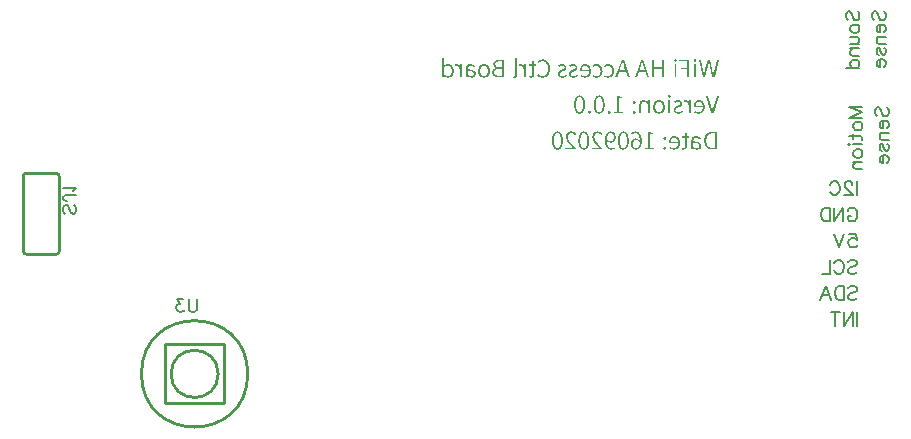
<source format=gbo>
G04 Layer: BottomSilkLayer*
G04 EasyEDA v6.4.14, 2021-01-13T22:08:33+05:30*
G04 86367838682644779aaaf904656d52d0,3bf0aa112e6740ff84f30f28e6d2add8,10*
G04 Gerber Generator version 0.2*
G04 Scale: 100 percent, Rotated: No, Reflected: No *
G04 Dimensions in millimeters *
G04 leading zeros omitted , absolute positions ,4 integer and 5 decimal *
%FSLAX45Y45*%
%MOMM*%

%ADD15C,0.2032*%
%ADD41C,0.2540*%
%ADD48C,0.1524*%

%LPD*%
G36*
X7308850Y3285998D02*
G01*
X7308850Y3151124D01*
X7325359Y3151124D01*
X7325359Y3210560D01*
X7332573Y3216097D01*
X7339533Y3219907D01*
X7346340Y3222040D01*
X7353300Y3222752D01*
X7357922Y3222396D01*
X7362291Y3221278D01*
X7366406Y3219551D01*
X7370267Y3217113D01*
X7373823Y3214116D01*
X7376972Y3210509D01*
X7379766Y3206394D01*
X7382103Y3201771D01*
X7384034Y3196691D01*
X7385405Y3191205D01*
X7386269Y3185312D01*
X7386574Y3179064D01*
X7386320Y3172561D01*
X7385659Y3166516D01*
X7384491Y3160928D01*
X7382865Y3155848D01*
X7380833Y3151276D01*
X7378344Y3147263D01*
X7375448Y3143808D01*
X7372146Y3140913D01*
X7368489Y3138627D01*
X7364374Y3137001D01*
X7359903Y3135985D01*
X7355078Y3135630D01*
X7347305Y3136646D01*
X7339838Y3139592D01*
X7332573Y3144418D01*
X7325359Y3151124D01*
X7308850Y3151124D01*
X7308850Y3124200D01*
X7322566Y3124200D01*
X7323836Y3137408D01*
X7324598Y3137408D01*
X7328001Y3134258D01*
X7331659Y3131312D01*
X7335621Y3128619D01*
X7339787Y3126282D01*
X7344156Y3124352D01*
X7348728Y3122930D01*
X7353503Y3121964D01*
X7358380Y3121660D01*
X7363459Y3121914D01*
X7368286Y3122625D01*
X7372858Y3123793D01*
X7377175Y3125470D01*
X7381189Y3127552D01*
X7384948Y3130092D01*
X7388352Y3133090D01*
X7391501Y3136544D01*
X7394295Y3140405D01*
X7396784Y3144723D01*
X7398867Y3149447D01*
X7400645Y3154578D01*
X7402017Y3160064D01*
X7403033Y3166008D01*
X7403642Y3172358D01*
X7403846Y3179064D01*
X7403592Y3185515D01*
X7402830Y3191662D01*
X7401610Y3197504D01*
X7399934Y3202990D01*
X7397851Y3208070D01*
X7395362Y3212846D01*
X7392568Y3217164D01*
X7389418Y3221126D01*
X7385964Y3224682D01*
X7382256Y3227781D01*
X7378293Y3230473D01*
X7374178Y3232658D01*
X7369860Y3234436D01*
X7365390Y3235706D01*
X7360767Y3236468D01*
X7356094Y3236722D01*
X7347102Y3235858D01*
X7339228Y3233318D01*
X7331862Y3229203D01*
X7324598Y3223768D01*
X7325359Y3242818D01*
X7325359Y3285998D01*
G37*
G36*
X7920990Y3285998D02*
G01*
X7920990Y3142996D01*
X7920583Y3139541D01*
X7919516Y3137204D01*
X7917891Y3135833D01*
X7915148Y3135376D01*
X7912100Y3135884D01*
X7909559Y3122930D01*
X7913725Y3122015D01*
X7919466Y3121660D01*
X7927644Y3123133D01*
X7933232Y3127552D01*
X7936484Y3134614D01*
X7937500Y3144266D01*
X7937500Y3285998D01*
G37*
G36*
X9281668Y3280156D02*
G01*
X9277096Y3279394D01*
X9273489Y3277158D01*
X9271101Y3273602D01*
X9270238Y3268979D01*
X9271101Y3264204D01*
X9273489Y3260598D01*
X9277096Y3258312D01*
X9281668Y3257550D01*
X9286341Y3258312D01*
X9289948Y3260598D01*
X9292285Y3264204D01*
X9293098Y3268979D01*
X9292285Y3273602D01*
X9289948Y3277158D01*
X9286341Y3279394D01*
G37*
G36*
X9447276Y3280156D02*
G01*
X9442704Y3279394D01*
X9439097Y3277158D01*
X9436709Y3273602D01*
X9435846Y3268979D01*
X9436709Y3264204D01*
X9439097Y3260598D01*
X9442704Y3258312D01*
X9447276Y3257550D01*
X9451949Y3258312D01*
X9455556Y3260598D01*
X9457893Y3264204D01*
X9458706Y3268979D01*
X9457893Y3273602D01*
X9455556Y3277158D01*
X9451949Y3279394D01*
G37*
G36*
X8154416Y3275584D02*
G01*
X8147862Y3275177D01*
X8141665Y3274110D01*
X8135924Y3272332D01*
X8130590Y3270097D01*
X8125714Y3267405D01*
X8121345Y3264357D01*
X8117433Y3261004D01*
X8114030Y3257550D01*
X8123428Y3246628D01*
X8129625Y3252368D01*
X8136788Y3256889D01*
X8144967Y3259785D01*
X8154162Y3260852D01*
X8159496Y3260598D01*
X8164626Y3259785D01*
X8169452Y3258413D01*
X8174024Y3256584D01*
X8178292Y3254197D01*
X8182254Y3251352D01*
X8185912Y3248050D01*
X8189264Y3244240D01*
X8192211Y3240024D01*
X8194852Y3235350D01*
X8197088Y3230270D01*
X8198967Y3224733D01*
X8200491Y3218840D01*
X8201558Y3212541D01*
X8202218Y3205886D01*
X8202422Y3198876D01*
X8202218Y3191865D01*
X8201558Y3185160D01*
X8200542Y3178860D01*
X8199120Y3172917D01*
X8197291Y3167380D01*
X8195106Y3162249D01*
X8192516Y3157524D01*
X8189620Y3153257D01*
X8186369Y3149396D01*
X8182813Y3146044D01*
X8178901Y3143148D01*
X8174685Y3140760D01*
X8170164Y3138881D01*
X8165338Y3137509D01*
X8160258Y3136696D01*
X8154924Y3136392D01*
X8149640Y3136696D01*
X8144713Y3137509D01*
X8139988Y3138881D01*
X8135569Y3140811D01*
X8131302Y3143250D01*
X8127288Y3146145D01*
X8123377Y3149549D01*
X8119618Y3153410D01*
X8110220Y3142996D01*
X8114741Y3138119D01*
X8119516Y3133852D01*
X8124647Y3130194D01*
X8130082Y3127197D01*
X8135874Y3124809D01*
X8142071Y3123082D01*
X8148675Y3122015D01*
X8155686Y3121660D01*
X8161121Y3121863D01*
X8166404Y3122523D01*
X8171535Y3123590D01*
X8176463Y3125012D01*
X8181238Y3126892D01*
X8185759Y3129178D01*
X8190077Y3131820D01*
X8194141Y3134868D01*
X8197951Y3138271D01*
X8201507Y3142030D01*
X8204758Y3146196D01*
X8207756Y3150666D01*
X8210448Y3155543D01*
X8212836Y3160725D01*
X8214868Y3166262D01*
X8216595Y3172104D01*
X8217916Y3178251D01*
X8218881Y3184753D01*
X8219490Y3191510D01*
X8219694Y3198622D01*
X8219490Y3205632D01*
X8218881Y3212388D01*
X8217865Y3218840D01*
X8216493Y3224987D01*
X8214766Y3230778D01*
X8212683Y3236315D01*
X8210296Y3241497D01*
X8207552Y3246323D01*
X8204504Y3250844D01*
X8201152Y3255010D01*
X8197545Y3258820D01*
X8193633Y3262223D01*
X8189468Y3265322D01*
X8185099Y3267964D01*
X8180476Y3270250D01*
X8175650Y3272180D01*
X8170621Y3273653D01*
X8165388Y3274720D01*
X8159953Y3275380D01*
G37*
G36*
X7790942Y3273044D02*
G01*
X7783575Y3272840D01*
X7776667Y3272129D01*
X7770266Y3270961D01*
X7764322Y3269335D01*
X7758988Y3267151D01*
X7754213Y3264458D01*
X7750048Y3261258D01*
X7746593Y3257448D01*
X7743850Y3253130D01*
X7741818Y3248152D01*
X7740548Y3242614D01*
X7740142Y3236468D01*
X7740274Y3234436D01*
X7756652Y3234436D01*
X7757210Y3240786D01*
X7758988Y3246069D01*
X7761884Y3250438D01*
X7765897Y3253892D01*
X7771028Y3256432D01*
X7777327Y3258210D01*
X7784744Y3259226D01*
X7793228Y3259582D01*
X7817103Y3259582D01*
X7817103Y3209036D01*
X7794244Y3209036D01*
X7784947Y3209493D01*
X7777124Y3210814D01*
X7770622Y3212998D01*
X7765440Y3215944D01*
X7761528Y3219602D01*
X7758785Y3223920D01*
X7757159Y3228898D01*
X7756652Y3234436D01*
X7740274Y3234436D01*
X7740497Y3231032D01*
X7741615Y3225901D01*
X7743393Y3221075D01*
X7745831Y3216605D01*
X7748981Y3212642D01*
X7752791Y3209239D01*
X7757210Y3206394D01*
X7762240Y3204210D01*
X7762240Y3203448D01*
X7755636Y3201720D01*
X7749692Y3199231D01*
X7744409Y3195929D01*
X7739888Y3191814D01*
X7736230Y3186938D01*
X7733538Y3181299D01*
X7731810Y3174847D01*
X7731311Y3168396D01*
X7747762Y3168396D01*
X7748066Y3172917D01*
X7749031Y3177082D01*
X7750606Y3180740D01*
X7752791Y3184042D01*
X7755534Y3186938D01*
X7758887Y3189376D01*
X7762748Y3191459D01*
X7767218Y3193135D01*
X7772196Y3194456D01*
X7777683Y3195370D01*
X7783677Y3195878D01*
X7790180Y3196082D01*
X7817103Y3196082D01*
X7817103Y3137662D01*
X7790180Y3137662D01*
X7783779Y3137865D01*
X7777886Y3138474D01*
X7772400Y3139440D01*
X7767421Y3140913D01*
X7763002Y3142742D01*
X7759039Y3145028D01*
X7755686Y3147771D01*
X7752892Y3150920D01*
X7750657Y3154578D01*
X7749082Y3158693D01*
X7748066Y3163316D01*
X7747762Y3168396D01*
X7731311Y3168396D01*
X7731506Y3162350D01*
X7732318Y3157474D01*
X7733588Y3152851D01*
X7735366Y3148634D01*
X7737652Y3144723D01*
X7740345Y3141167D01*
X7743444Y3137966D01*
X7746949Y3135071D01*
X7750911Y3132531D01*
X7755178Y3130296D01*
X7759801Y3128416D01*
X7764780Y3126892D01*
X7770063Y3125724D01*
X7775651Y3124860D01*
X7781544Y3124352D01*
X7787640Y3124200D01*
X7833868Y3124200D01*
X7833868Y3273044D01*
G37*
G36*
X8824722Y3273044D02*
G01*
X8794316Y3184398D01*
X8810752Y3184398D01*
X8824518Y3227273D01*
X8833866Y3258820D01*
X8834628Y3258820D01*
X8842146Y3233369D01*
X8847886Y3214776D01*
X8857742Y3184398D01*
X8794316Y3184398D01*
X8773668Y3124200D01*
X8791702Y3124200D01*
X8806434Y3171190D01*
X8862060Y3171190D01*
X8877300Y3124200D01*
X8894064Y3124200D01*
X8843264Y3273044D01*
G37*
G36*
X8992108Y3273044D02*
G01*
X8961853Y3184398D01*
X8978138Y3184398D01*
X8991955Y3227273D01*
X9001252Y3258820D01*
X9002268Y3258820D01*
X9009583Y3233369D01*
X9025128Y3184398D01*
X8961853Y3184398D01*
X8941308Y3124200D01*
X8959088Y3124200D01*
X8973820Y3171190D01*
X9029446Y3171190D01*
X9044686Y3124200D01*
X9061450Y3124200D01*
X9010650Y3273044D01*
G37*
G36*
X9083040Y3273044D02*
G01*
X9083040Y3124200D01*
X9099804Y3124200D01*
X9099804Y3195320D01*
X9171686Y3195320D01*
X9171686Y3124200D01*
X9188450Y3124200D01*
X9188450Y3273044D01*
X9171686Y3273044D01*
X9171686Y3210052D01*
X9099804Y3210052D01*
X9099804Y3273044D01*
G37*
G36*
X9314942Y3273044D02*
G01*
X9314942Y3258820D01*
X9382506Y3258820D01*
X9382506Y3206242D01*
X9325356Y3206242D01*
X9325356Y3192018D01*
X9382506Y3192018D01*
X9382506Y3124200D01*
X9399524Y3124200D01*
X9399524Y3273044D01*
G37*
G36*
X9480804Y3273044D02*
G01*
X9512046Y3124200D01*
X9531858Y3124200D01*
X9555734Y3216910D01*
X9563100Y3250692D01*
X9563862Y3250692D01*
X9571482Y3216910D01*
X9594596Y3124200D01*
X9614408Y3124200D01*
X9646412Y3273044D01*
X9629140Y3273044D01*
X9609480Y3172358D01*
X9603740Y3141980D01*
X9602724Y3141980D01*
X9592056Y3190240D01*
X9570974Y3273044D01*
X9555226Y3273044D01*
X9533890Y3190240D01*
X9522968Y3141980D01*
X9521952Y3141980D01*
X9515551Y3178352D01*
X9496806Y3273044D01*
G37*
G36*
X8069834Y3264915D02*
G01*
X8069834Y3233928D01*
X8039608Y3233928D01*
X8039608Y3220212D01*
X8069834Y3220212D01*
X8069834Y3156712D01*
X8068970Y3147669D01*
X8066176Y3140862D01*
X8060842Y3136595D01*
X8052562Y3135122D01*
X8049361Y3135376D01*
X8046008Y3136087D01*
X8042757Y3137052D01*
X8039862Y3138170D01*
X8036559Y3125724D01*
X8046313Y3122930D01*
X8051342Y3122015D01*
X8056118Y3121660D01*
X8063992Y3122320D01*
X8070494Y3124200D01*
X8075726Y3127298D01*
X8079790Y3131464D01*
X8082788Y3136595D01*
X8084820Y3142640D01*
X8085988Y3149549D01*
X8086344Y3157220D01*
X8086344Y3220212D01*
X8103108Y3220212D01*
X8103108Y3232912D01*
X8085836Y3233928D01*
X8083803Y3264915D01*
G37*
G36*
X7423403Y3236722D02*
G01*
X7420203Y3236620D01*
X7417308Y3236264D01*
X7414615Y3235553D01*
X7411974Y3234436D01*
X7415275Y3219958D01*
X7420152Y3221329D01*
X7425436Y3221736D01*
X7429042Y3221380D01*
X7432751Y3220364D01*
X7436561Y3218586D01*
X7440320Y3215944D01*
X7444028Y3212388D01*
X7447534Y3207918D01*
X7450836Y3202432D01*
X7453884Y3195828D01*
X7453884Y3124200D01*
X7470140Y3124200D01*
X7470140Y3233928D01*
X7456931Y3233928D01*
X7455153Y3213862D01*
X7454646Y3213862D01*
X7451648Y3218789D01*
X7448296Y3223209D01*
X7444689Y3227120D01*
X7440828Y3230422D01*
X7436764Y3233115D01*
X7432446Y3235096D01*
X7428026Y3236315D01*
G37*
G36*
X7543546Y3236722D02*
G01*
X7537196Y3236366D01*
X7531557Y3235248D01*
X7526477Y3233470D01*
X7522057Y3231083D01*
X7518247Y3228035D01*
X7514996Y3224377D01*
X7512303Y3220212D01*
X7510170Y3215538D01*
X7508494Y3210356D01*
X7507376Y3204718D01*
X7506665Y3198672D01*
X7506462Y3182366D01*
X7522972Y3182366D01*
X7532116Y3181146D01*
X7540193Y3179673D01*
X7547356Y3177997D01*
X7553553Y3176168D01*
X7558887Y3174085D01*
X7563358Y3171799D01*
X7567015Y3169310D01*
X7569911Y3166567D01*
X7572095Y3163620D01*
X7573619Y3160420D01*
X7574483Y3157016D01*
X7574788Y3153410D01*
X7573162Y3144926D01*
X7568793Y3139186D01*
X7562342Y3135884D01*
X7554468Y3134868D01*
X7546390Y3135833D01*
X7538720Y3138779D01*
X7531049Y3143554D01*
X7522972Y3150108D01*
X7522972Y3182366D01*
X7506462Y3182366D01*
X7506462Y3124200D01*
X7519924Y3124200D01*
X7521448Y3137662D01*
X7521956Y3137662D01*
X7526070Y3134410D01*
X7530338Y3131413D01*
X7534757Y3128670D01*
X7539329Y3126333D01*
X7544104Y3124403D01*
X7548981Y3122930D01*
X7553959Y3121964D01*
X7559040Y3121660D01*
X7565593Y3122168D01*
X7571638Y3123692D01*
X7577074Y3126181D01*
X7581798Y3129584D01*
X7585659Y3133953D01*
X7588554Y3139236D01*
X7590383Y3145383D01*
X7591044Y3152394D01*
X7590790Y3156762D01*
X7590028Y3160877D01*
X7588808Y3164687D01*
X7587030Y3168243D01*
X7584744Y3171545D01*
X7581900Y3174593D01*
X7578547Y3177438D01*
X7574635Y3180029D01*
X7570165Y3182366D01*
X7565136Y3184550D01*
X7559598Y3186480D01*
X7553452Y3188258D01*
X7546695Y3189833D01*
X7539380Y3191256D01*
X7522972Y3193542D01*
X7523124Y3199028D01*
X7523835Y3204362D01*
X7525207Y3209340D01*
X7527442Y3213811D01*
X7530490Y3217570D01*
X7534605Y3220466D01*
X7539837Y3222345D01*
X7546340Y3223006D01*
X7555941Y3221939D01*
X7564780Y3219094D01*
X7572756Y3215182D01*
X7579614Y3210814D01*
X7586218Y3222244D01*
X7578090Y3227171D01*
X7573264Y3229610D01*
X7568031Y3231845D01*
X7562392Y3233826D01*
X7556398Y3235350D01*
X7550099Y3236366D01*
G37*
G36*
X7661148Y3236722D02*
G01*
X7656118Y3236468D01*
X7651242Y3235756D01*
X7646466Y3234537D01*
X7641844Y3232861D01*
X7637424Y3230727D01*
X7633258Y3228136D01*
X7629296Y3225088D01*
X7625638Y3221634D01*
X7622336Y3217722D01*
X7619339Y3213404D01*
X7616698Y3208629D01*
X7614513Y3203498D01*
X7612735Y3197961D01*
X7611414Y3192018D01*
X7610602Y3185718D01*
X7610348Y3179064D01*
X7627620Y3179064D01*
X7627924Y3185363D01*
X7628737Y3191306D01*
X7630058Y3196844D01*
X7631887Y3201924D01*
X7634224Y3206496D01*
X7636967Y3210610D01*
X7640116Y3214166D01*
X7643672Y3217164D01*
X7647533Y3219551D01*
X7651800Y3221329D01*
X7656322Y3222396D01*
X7661148Y3222752D01*
X7665923Y3222396D01*
X7670393Y3221329D01*
X7674609Y3219551D01*
X7678470Y3217164D01*
X7681975Y3214166D01*
X7685125Y3210610D01*
X7687868Y3206496D01*
X7690154Y3201924D01*
X7691983Y3196844D01*
X7693304Y3191306D01*
X7694117Y3185363D01*
X7694422Y3179064D01*
X7694117Y3172714D01*
X7693304Y3166719D01*
X7691983Y3161182D01*
X7690154Y3156102D01*
X7687868Y3151479D01*
X7685125Y3147415D01*
X7681975Y3143859D01*
X7678470Y3140913D01*
X7674609Y3138525D01*
X7670393Y3136798D01*
X7665923Y3135731D01*
X7661148Y3135376D01*
X7656322Y3135731D01*
X7651800Y3136798D01*
X7647533Y3138525D01*
X7643672Y3140913D01*
X7640116Y3143859D01*
X7636967Y3147415D01*
X7634224Y3151479D01*
X7631887Y3156102D01*
X7630058Y3161182D01*
X7628737Y3166719D01*
X7627924Y3172714D01*
X7627620Y3179064D01*
X7610348Y3179064D01*
X7610602Y3172409D01*
X7611414Y3166160D01*
X7612735Y3160268D01*
X7614513Y3154781D01*
X7616698Y3149650D01*
X7619339Y3144926D01*
X7622336Y3140608D01*
X7625638Y3136747D01*
X7629296Y3133293D01*
X7633258Y3130245D01*
X7637424Y3127654D01*
X7641844Y3125520D01*
X7646466Y3123844D01*
X7651242Y3122625D01*
X7656118Y3121914D01*
X7661148Y3121660D01*
X7666126Y3121914D01*
X7670952Y3122625D01*
X7675676Y3123844D01*
X7680248Y3125520D01*
X7684617Y3127654D01*
X7688783Y3130245D01*
X7692694Y3133293D01*
X7696301Y3136747D01*
X7699603Y3140608D01*
X7702550Y3144926D01*
X7705140Y3149650D01*
X7707325Y3154781D01*
X7709103Y3160268D01*
X7710373Y3166160D01*
X7711186Y3172409D01*
X7711440Y3179064D01*
X7711186Y3185718D01*
X7710373Y3192018D01*
X7709103Y3197961D01*
X7707325Y3203498D01*
X7705140Y3208629D01*
X7702550Y3213404D01*
X7699603Y3217722D01*
X7696301Y3221583D01*
X7692694Y3225088D01*
X7688783Y3228136D01*
X7684617Y3230727D01*
X7680248Y3232861D01*
X7675676Y3234537D01*
X7670952Y3235756D01*
X7666126Y3236468D01*
G37*
G36*
X7967725Y3236722D02*
G01*
X7964424Y3236620D01*
X7961477Y3236264D01*
X7958785Y3235553D01*
X7956042Y3234436D01*
X7959344Y3219958D01*
X7964271Y3221329D01*
X7969758Y3221736D01*
X7973364Y3221380D01*
X7977073Y3220364D01*
X7980781Y3218586D01*
X7984540Y3215944D01*
X7988147Y3212388D01*
X7991652Y3207918D01*
X7994954Y3202432D01*
X7997952Y3195828D01*
X7997952Y3124200D01*
X8014462Y3124200D01*
X8014462Y3233928D01*
X8001000Y3233928D01*
X7999475Y3213862D01*
X7998714Y3213862D01*
X7995767Y3218789D01*
X7992516Y3223209D01*
X7988960Y3227120D01*
X7985150Y3230422D01*
X7981035Y3233115D01*
X7976768Y3235096D01*
X7972348Y3236315D01*
G37*
G36*
X8321040Y3236722D02*
G01*
X8311438Y3235756D01*
X8302599Y3233216D01*
X8294624Y3229305D01*
X8287766Y3224530D01*
X8295894Y3213862D01*
X8301532Y3217621D01*
X8307527Y3220669D01*
X8313978Y3222752D01*
X8321040Y3223514D01*
X8330590Y3222193D01*
X8337245Y3218586D01*
X8341106Y3213354D01*
X8342375Y3207004D01*
X8340394Y3199841D01*
X8335111Y3194608D01*
X8327491Y3190646D01*
X8312353Y3184804D01*
X8306308Y3182213D01*
X8300567Y3179267D01*
X8295386Y3175863D01*
X8290966Y3171748D01*
X8287512Y3166821D01*
X8285276Y3160826D01*
X8284464Y3153664D01*
X8285124Y3147263D01*
X8287003Y3141268D01*
X8290153Y3135833D01*
X8294522Y3131108D01*
X8300059Y3127146D01*
X8306765Y3124200D01*
X8314588Y3122320D01*
X8323580Y3121660D01*
X8329422Y3121964D01*
X8335162Y3122777D01*
X8340699Y3124149D01*
X8346033Y3125927D01*
X8351113Y3128111D01*
X8355888Y3130651D01*
X8360359Y3133547D01*
X8364474Y3136646D01*
X8356092Y3147822D01*
X8348878Y3142437D01*
X8341207Y3138271D01*
X8332673Y3135579D01*
X8323072Y3134614D01*
X8313064Y3136036D01*
X8305952Y3139948D01*
X8301634Y3145739D01*
X8300212Y3152902D01*
X8300821Y3157016D01*
X8302447Y3160572D01*
X8305038Y3163671D01*
X8308390Y3166364D01*
X8312302Y3168751D01*
X8316620Y3170834D01*
X8331809Y3176676D01*
X8337600Y3179165D01*
X8343087Y3182010D01*
X8348014Y3185363D01*
X8352231Y3189325D01*
X8355533Y3194050D01*
X8357616Y3199536D01*
X8358378Y3205988D01*
X8357768Y3212287D01*
X8355888Y3218078D01*
X8352840Y3223310D01*
X8348675Y3227832D01*
X8343341Y3231540D01*
X8336940Y3234334D01*
X8329523Y3236112D01*
G37*
G36*
X8415020Y3236722D02*
G01*
X8405418Y3235756D01*
X8396579Y3233216D01*
X8388603Y3229305D01*
X8381746Y3224530D01*
X8389874Y3213862D01*
X8395614Y3217621D01*
X8401608Y3220669D01*
X8407958Y3222752D01*
X8415020Y3223514D01*
X8424570Y3222193D01*
X8431225Y3218586D01*
X8435086Y3213354D01*
X8436356Y3207004D01*
X8434425Y3199841D01*
X8429193Y3194608D01*
X8421573Y3190646D01*
X8406434Y3184804D01*
X8400389Y3182213D01*
X8394700Y3179267D01*
X8389467Y3175863D01*
X8384997Y3171748D01*
X8381492Y3166821D01*
X8379256Y3160826D01*
X8378444Y3153664D01*
X8379104Y3147263D01*
X8381034Y3141268D01*
X8384184Y3135833D01*
X8388603Y3131108D01*
X8394192Y3127146D01*
X8400948Y3124200D01*
X8408822Y3122320D01*
X8417814Y3121660D01*
X8423605Y3121964D01*
X8429294Y3122777D01*
X8434832Y3124149D01*
X8440166Y3125927D01*
X8445296Y3128111D01*
X8450122Y3130651D01*
X8454593Y3133547D01*
X8458708Y3136646D01*
X8450326Y3147822D01*
X8443010Y3142437D01*
X8435289Y3138271D01*
X8426805Y3135579D01*
X8417052Y3134614D01*
X8407095Y3136036D01*
X8400034Y3139948D01*
X8395817Y3145739D01*
X8394446Y3152902D01*
X8395055Y3157016D01*
X8396681Y3160572D01*
X8399272Y3163671D01*
X8402624Y3166364D01*
X8406536Y3168751D01*
X8410854Y3170834D01*
X8425942Y3176676D01*
X8431733Y3179165D01*
X8437219Y3182010D01*
X8442147Y3185363D01*
X8446414Y3189325D01*
X8449716Y3194050D01*
X8451850Y3199536D01*
X8452612Y3205988D01*
X8451951Y3212287D01*
X8450072Y3218078D01*
X8447024Y3223310D01*
X8442756Y3227832D01*
X8437422Y3231540D01*
X8430971Y3234334D01*
X8423503Y3236112D01*
G37*
G36*
X8516874Y3236722D02*
G01*
X8510270Y3236315D01*
X8504174Y3235147D01*
X8498535Y3233166D01*
X8493506Y3230473D01*
X8488984Y3227070D01*
X8484971Y3222955D01*
X8481618Y3218230D01*
X8478774Y3212846D01*
X8476589Y3206800D01*
X8474964Y3200247D01*
X8473998Y3193084D01*
X8473784Y3187700D01*
X8488172Y3187700D01*
X8488680Y3195929D01*
X8490102Y3203092D01*
X8492490Y3209239D01*
X8495741Y3214268D01*
X8499805Y3218180D01*
X8504682Y3220974D01*
X8510270Y3222701D01*
X8516620Y3223260D01*
X8522614Y3222650D01*
X8528304Y3220872D01*
X8533587Y3217926D01*
X8538362Y3213862D01*
X8542477Y3208782D01*
X8545779Y3202686D01*
X8548217Y3195624D01*
X8549640Y3187700D01*
X8473784Y3187700D01*
X8473744Y3182620D01*
X8474100Y3177590D01*
X8474456Y3175508D01*
X8549386Y3175508D01*
X8548878Y3169564D01*
X8547760Y3164027D01*
X8546185Y3158845D01*
X8544102Y3154121D01*
X8541512Y3149854D01*
X8538514Y3146044D01*
X8535009Y3142742D01*
X8531148Y3139998D01*
X8526830Y3137763D01*
X8522157Y3136188D01*
X8517178Y3135223D01*
X8511794Y3134868D01*
X8504123Y3135477D01*
X8497011Y3137204D01*
X8490356Y3139998D01*
X8484108Y3143758D01*
X8478012Y3132836D01*
X8485428Y3128518D01*
X8489442Y3126638D01*
X8493709Y3124962D01*
X8498281Y3123590D01*
X8503107Y3122523D01*
X8508288Y3121914D01*
X8513826Y3121660D01*
X8519160Y3121914D01*
X8524392Y3122625D01*
X8529370Y3123844D01*
X8534196Y3125571D01*
X8538718Y3127705D01*
X8543036Y3130296D01*
X8547049Y3133344D01*
X8550706Y3136849D01*
X8554059Y3140760D01*
X8557056Y3145028D01*
X8559647Y3149752D01*
X8561832Y3154883D01*
X8563559Y3160369D01*
X8564829Y3166262D01*
X8565642Y3172460D01*
X8565896Y3179064D01*
X8565642Y3185566D01*
X8564829Y3191764D01*
X8563508Y3197606D01*
X8561781Y3203092D01*
X8559596Y3208172D01*
X8557006Y3212947D01*
X8554059Y3217265D01*
X8550808Y3221228D01*
X8547252Y3224733D01*
X8543442Y3227832D01*
X8539378Y3230524D01*
X8535162Y3232708D01*
X8530742Y3234436D01*
X8526221Y3235706D01*
X8521547Y3236468D01*
G37*
G36*
X8611870Y3236722D02*
G01*
X8601811Y3235655D01*
X8593277Y3232759D01*
X8585962Y3228594D01*
X8579612Y3223514D01*
X8588502Y3212846D01*
X8593429Y3216859D01*
X8598763Y3220008D01*
X8604605Y3222040D01*
X8611108Y3222752D01*
X8616137Y3222396D01*
X8620912Y3221329D01*
X8625382Y3219551D01*
X8629548Y3217164D01*
X8633307Y3214166D01*
X8636711Y3210610D01*
X8639708Y3206496D01*
X8642197Y3201924D01*
X8644229Y3196844D01*
X8645702Y3191306D01*
X8646617Y3185363D01*
X8646922Y3179064D01*
X8646617Y3172714D01*
X8645753Y3166719D01*
X8644382Y3161182D01*
X8642451Y3156102D01*
X8640064Y3151479D01*
X8637168Y3147415D01*
X8633866Y3143859D01*
X8630158Y3140913D01*
X8626043Y3138525D01*
X8621572Y3136798D01*
X8616746Y3135731D01*
X8611616Y3135376D01*
X8603996Y3136290D01*
X8596934Y3138678D01*
X8590534Y3142234D01*
X8584946Y3146552D01*
X8577580Y3135630D01*
X8581390Y3132480D01*
X8585403Y3129686D01*
X8589619Y3127298D01*
X8594039Y3125317D01*
X8598560Y3123742D01*
X8603284Y3122574D01*
X8608161Y3121914D01*
X8613140Y3121660D01*
X8618423Y3121914D01*
X8623554Y3122625D01*
X8628481Y3123844D01*
X8633206Y3125520D01*
X8637625Y3127654D01*
X8641842Y3130245D01*
X8645702Y3133293D01*
X8649309Y3136747D01*
X8652560Y3140608D01*
X8655456Y3144926D01*
X8657945Y3149650D01*
X8660028Y3154781D01*
X8661704Y3160268D01*
X8662924Y3166160D01*
X8663686Y3172409D01*
X8663940Y3179064D01*
X8663635Y3185718D01*
X8662822Y3192018D01*
X8661501Y3197961D01*
X8659672Y3203498D01*
X8657437Y3208629D01*
X8654745Y3213404D01*
X8651697Y3217722D01*
X8648293Y3221583D01*
X8644534Y3225088D01*
X8640521Y3228136D01*
X8636203Y3230727D01*
X8631682Y3232861D01*
X8626957Y3234537D01*
X8622080Y3235756D01*
X8617000Y3236468D01*
G37*
G36*
X8709914Y3236722D02*
G01*
X8699855Y3235655D01*
X8691321Y3232759D01*
X8684107Y3228594D01*
X8677910Y3223514D01*
X8686546Y3212846D01*
X8691626Y3216859D01*
X8697010Y3220008D01*
X8702903Y3222040D01*
X8709406Y3222752D01*
X8714435Y3222396D01*
X8719210Y3221329D01*
X8723680Y3219551D01*
X8727846Y3217164D01*
X8731605Y3214166D01*
X8735009Y3210610D01*
X8738006Y3206496D01*
X8740495Y3201924D01*
X8742527Y3196844D01*
X8744000Y3191306D01*
X8744915Y3185363D01*
X8745220Y3179064D01*
X8744915Y3172714D01*
X8744051Y3166719D01*
X8742680Y3161182D01*
X8740749Y3156102D01*
X8738311Y3151479D01*
X8735415Y3147415D01*
X8732113Y3143859D01*
X8728354Y3140913D01*
X8724239Y3138525D01*
X8719718Y3136798D01*
X8714841Y3135731D01*
X8709660Y3135376D01*
X8702192Y3136290D01*
X8695232Y3138678D01*
X8688832Y3142234D01*
X8683244Y3146552D01*
X8675878Y3135630D01*
X8679637Y3132480D01*
X8683548Y3129686D01*
X8687765Y3127298D01*
X8692083Y3125317D01*
X8696655Y3123742D01*
X8701328Y3122574D01*
X8706205Y3121914D01*
X8711184Y3121660D01*
X8716518Y3121914D01*
X8721699Y3122625D01*
X8726627Y3123844D01*
X8731402Y3125520D01*
X8735872Y3127654D01*
X8740038Y3130245D01*
X8743950Y3133293D01*
X8747556Y3136747D01*
X8750808Y3140608D01*
X8753703Y3144926D01*
X8756243Y3149650D01*
X8758326Y3154781D01*
X8760002Y3160268D01*
X8761222Y3166160D01*
X8761984Y3172409D01*
X8762238Y3179064D01*
X8761933Y3185718D01*
X8761120Y3192018D01*
X8759799Y3197961D01*
X8757970Y3203498D01*
X8755735Y3208629D01*
X8753043Y3213404D01*
X8749995Y3217722D01*
X8746540Y3221583D01*
X8742781Y3225088D01*
X8738768Y3228136D01*
X8734450Y3230727D01*
X8729878Y3232861D01*
X8725103Y3234537D01*
X8720175Y3235756D01*
X8715095Y3236468D01*
G37*
G36*
X9273540Y3233928D02*
G01*
X9273540Y3124200D01*
X9289796Y3124200D01*
X9289796Y3233928D01*
G37*
G36*
X9439148Y3233928D02*
G01*
X9439148Y3124200D01*
X9455404Y3124200D01*
X9455404Y3233928D01*
G37*
G36*
X9230614Y2975356D02*
G01*
X9226042Y2974594D01*
X9222435Y2972358D01*
X9220047Y2968802D01*
X9219184Y2964180D01*
X9220047Y2959404D01*
X9222435Y2955798D01*
X9226042Y2953512D01*
X9230614Y2952750D01*
X9235287Y2953512D01*
X9238894Y2955798D01*
X9241231Y2959404D01*
X9242044Y2964180D01*
X9241231Y2968802D01*
X9238894Y2972358D01*
X9235287Y2974594D01*
G37*
G36*
X8469376Y2970784D02*
G01*
X8464245Y2970479D01*
X8459419Y2969615D01*
X8454847Y2968142D01*
X8450529Y2966110D01*
X8446516Y2963418D01*
X8442807Y2960166D01*
X8439404Y2956356D01*
X8436305Y2951886D01*
X8433511Y2946857D01*
X8431123Y2941167D01*
X8429040Y2934919D01*
X8427313Y2928010D01*
X8425942Y2920542D01*
X8424976Y2912414D01*
X8424367Y2903677D01*
X8424164Y2894330D01*
X8440166Y2894330D01*
X8440420Y2904693D01*
X8441131Y2914091D01*
X8442248Y2922473D01*
X8443823Y2929940D01*
X8445804Y2936494D01*
X8448192Y2942132D01*
X8450935Y2946806D01*
X8454034Y2950667D01*
X8457438Y2953562D01*
X8461146Y2955696D01*
X8465108Y2956915D01*
X8469376Y2957322D01*
X8473694Y2956915D01*
X8477758Y2955696D01*
X8481517Y2953562D01*
X8484971Y2950667D01*
X8488121Y2946806D01*
X8490915Y2942132D01*
X8493302Y2936494D01*
X8495334Y2929940D01*
X8496960Y2922473D01*
X8498128Y2914091D01*
X8498840Y2904693D01*
X8499094Y2894330D01*
X8498840Y2883763D01*
X8498128Y2874213D01*
X8496960Y2865628D01*
X8495334Y2858008D01*
X8493302Y2851353D01*
X8490915Y2845612D01*
X8488121Y2840837D01*
X8484971Y2836926D01*
X8481517Y2833878D01*
X8477758Y2831744D01*
X8473694Y2830474D01*
X8469376Y2830068D01*
X8465108Y2830474D01*
X8461146Y2831744D01*
X8457438Y2833878D01*
X8454034Y2836926D01*
X8450935Y2840837D01*
X8448192Y2845612D01*
X8445804Y2851353D01*
X8443823Y2858008D01*
X8442248Y2865628D01*
X8441131Y2874213D01*
X8440420Y2883763D01*
X8440166Y2894330D01*
X8424164Y2894330D01*
X8424367Y2884881D01*
X8424976Y2876042D01*
X8425942Y2867863D01*
X8427313Y2860243D01*
X8429040Y2853283D01*
X8431123Y2846933D01*
X8433511Y2841193D01*
X8436305Y2836062D01*
X8439404Y2831541D01*
X8442807Y2827629D01*
X8446516Y2824327D01*
X8450529Y2821635D01*
X8454847Y2819552D01*
X8459419Y2818028D01*
X8464245Y2817164D01*
X8469376Y2816860D01*
X8474506Y2817164D01*
X8479383Y2818028D01*
X8483955Y2819552D01*
X8488324Y2821635D01*
X8492337Y2824327D01*
X8496096Y2827629D01*
X8499551Y2831541D01*
X8502700Y2836062D01*
X8505545Y2841193D01*
X8507984Y2846933D01*
X8510117Y2853283D01*
X8511895Y2860243D01*
X8513267Y2867863D01*
X8514283Y2876042D01*
X8514892Y2884881D01*
X8515096Y2894330D01*
X8514892Y2903677D01*
X8514283Y2912414D01*
X8513267Y2920542D01*
X8511895Y2928010D01*
X8510117Y2934919D01*
X8507984Y2941167D01*
X8505545Y2946857D01*
X8502700Y2951886D01*
X8499551Y2956356D01*
X8496096Y2960166D01*
X8492337Y2963418D01*
X8488324Y2966110D01*
X8483955Y2968142D01*
X8479383Y2969615D01*
X8474506Y2970479D01*
G37*
G36*
X8635746Y2970784D02*
G01*
X8630666Y2970479D01*
X8625840Y2969615D01*
X8621268Y2968142D01*
X8617000Y2966110D01*
X8612987Y2963418D01*
X8609279Y2960166D01*
X8605875Y2956356D01*
X8602776Y2951886D01*
X8599982Y2946857D01*
X8597544Y2941167D01*
X8595461Y2934919D01*
X8593683Y2928010D01*
X8592312Y2920542D01*
X8591346Y2912414D01*
X8590737Y2903677D01*
X8590534Y2894330D01*
X8606536Y2894330D01*
X8606790Y2904693D01*
X8607501Y2914091D01*
X8608618Y2922473D01*
X8610193Y2929940D01*
X8612174Y2936494D01*
X8614562Y2942132D01*
X8617305Y2946806D01*
X8620404Y2950667D01*
X8623808Y2953562D01*
X8627516Y2955696D01*
X8631478Y2956915D01*
X8635746Y2957322D01*
X8640064Y2956915D01*
X8644128Y2955696D01*
X8647887Y2953562D01*
X8651341Y2950667D01*
X8654491Y2946806D01*
X8657285Y2942132D01*
X8659672Y2936494D01*
X8661704Y2929940D01*
X8663330Y2922473D01*
X8664498Y2914091D01*
X8665210Y2904693D01*
X8665464Y2894330D01*
X8665210Y2883763D01*
X8664498Y2874213D01*
X8663330Y2865628D01*
X8661704Y2858008D01*
X8659672Y2851353D01*
X8657285Y2845612D01*
X8654491Y2840837D01*
X8651341Y2836926D01*
X8647887Y2833878D01*
X8644128Y2831744D01*
X8640064Y2830474D01*
X8635746Y2830068D01*
X8631478Y2830474D01*
X8627516Y2831744D01*
X8623808Y2833878D01*
X8620404Y2836926D01*
X8617305Y2840837D01*
X8614562Y2845612D01*
X8612174Y2851353D01*
X8610193Y2858008D01*
X8608618Y2865628D01*
X8607501Y2874213D01*
X8606790Y2883763D01*
X8606536Y2894330D01*
X8590534Y2894330D01*
X8590737Y2884881D01*
X8591346Y2876042D01*
X8592312Y2867863D01*
X8593683Y2860243D01*
X8595461Y2853283D01*
X8597544Y2846933D01*
X8599982Y2841193D01*
X8602776Y2836062D01*
X8605875Y2831541D01*
X8609279Y2827629D01*
X8612987Y2824327D01*
X8617000Y2821635D01*
X8621268Y2819552D01*
X8625840Y2818028D01*
X8630666Y2817164D01*
X8635746Y2816860D01*
X8640927Y2817164D01*
X8645804Y2818028D01*
X8650427Y2819552D01*
X8654796Y2821635D01*
X8658860Y2824327D01*
X8662619Y2827629D01*
X8666073Y2831541D01*
X8669172Y2836062D01*
X8671966Y2841193D01*
X8674455Y2846933D01*
X8676538Y2853283D01*
X8678265Y2860243D01*
X8679688Y2867863D01*
X8680653Y2876042D01*
X8681262Y2884881D01*
X8681466Y2894330D01*
X8681262Y2903677D01*
X8680653Y2912414D01*
X8679688Y2920542D01*
X8678265Y2928010D01*
X8676538Y2934919D01*
X8674455Y2941167D01*
X8671966Y2946857D01*
X8669172Y2951886D01*
X8666073Y2956356D01*
X8662619Y2960166D01*
X8658860Y2963418D01*
X8654796Y2966110D01*
X8650427Y2968142D01*
X8645804Y2969615D01*
X8640927Y2970479D01*
G37*
G36*
X8790178Y2968244D02*
G01*
X8790178Y2833116D01*
X8759952Y2833116D01*
X8759952Y2819400D01*
X8839962Y2819400D01*
X8839962Y2833116D01*
X8806688Y2833116D01*
X8806688Y2947162D01*
X8832850Y2947162D01*
X8832850Y2958084D01*
X8823858Y2959862D01*
X8815984Y2962097D01*
X8808974Y2964891D01*
X8802878Y2968244D01*
G37*
G36*
X9536938Y2968244D02*
G01*
X9584436Y2819400D01*
X9603740Y2819400D01*
X9651492Y2968244D01*
X9633966Y2968244D01*
X9606991Y2879547D01*
X9600031Y2855518D01*
X9594342Y2836926D01*
X9593580Y2836926D01*
X9578594Y2885948D01*
X9553956Y2968244D01*
G37*
G36*
X9009380Y2931922D02*
G01*
X9003842Y2931617D01*
X8998864Y2930702D01*
X8994394Y2929178D01*
X8990431Y2927045D01*
X8986926Y2924352D01*
X8983929Y2921050D01*
X8981440Y2917139D01*
X8979408Y2912668D01*
X8977833Y2907588D01*
X8976715Y2901950D01*
X8976055Y2895752D01*
X8975852Y2888996D01*
X8975852Y2819400D01*
X8992362Y2819400D01*
X8992362Y2886964D01*
X8992666Y2894380D01*
X8993632Y2900730D01*
X8995257Y2905963D01*
X8997543Y2910230D01*
X9000591Y2913430D01*
X9004350Y2915666D01*
X9008872Y2916986D01*
X9014206Y2917444D01*
X9018371Y2917139D01*
X9022283Y2916326D01*
X9026093Y2914904D01*
X9029852Y2912922D01*
X9033560Y2910433D01*
X9037370Y2907385D01*
X9045448Y2899664D01*
X9045448Y2819400D01*
X9061958Y2819400D01*
X9061958Y2929128D01*
X9048496Y2929128D01*
X9046972Y2913126D01*
X9046210Y2913126D01*
X9042247Y2916936D01*
X9038183Y2920441D01*
X9033916Y2923641D01*
X9029496Y2926435D01*
X9024874Y2928721D01*
X9019997Y2930448D01*
X9014815Y2931566D01*
G37*
G36*
X9142476Y2931922D02*
G01*
X9137446Y2931668D01*
X9132570Y2930956D01*
X9127794Y2929737D01*
X9123172Y2928061D01*
X9118752Y2925927D01*
X9114586Y2923336D01*
X9110624Y2920288D01*
X9106966Y2916834D01*
X9103664Y2912922D01*
X9100667Y2908604D01*
X9098026Y2903829D01*
X9095841Y2898698D01*
X9094063Y2893161D01*
X9092742Y2887218D01*
X9091930Y2880918D01*
X9091676Y2874264D01*
X9108948Y2874264D01*
X9109252Y2880563D01*
X9110065Y2886506D01*
X9111386Y2892044D01*
X9113215Y2897124D01*
X9115552Y2901696D01*
X9118295Y2905810D01*
X9121444Y2909366D01*
X9125000Y2912364D01*
X9128861Y2914751D01*
X9133128Y2916529D01*
X9137650Y2917596D01*
X9142476Y2917952D01*
X9147251Y2917596D01*
X9151721Y2916529D01*
X9155938Y2914751D01*
X9159798Y2912364D01*
X9163304Y2909366D01*
X9166453Y2905810D01*
X9169196Y2901696D01*
X9171482Y2897124D01*
X9173311Y2892044D01*
X9174632Y2886506D01*
X9175445Y2880563D01*
X9175750Y2874264D01*
X9175445Y2867914D01*
X9174632Y2861919D01*
X9173311Y2856382D01*
X9171482Y2851302D01*
X9169196Y2846679D01*
X9166453Y2842615D01*
X9163304Y2839059D01*
X9159798Y2836113D01*
X9155938Y2833725D01*
X9151721Y2831998D01*
X9147251Y2830931D01*
X9142476Y2830576D01*
X9137650Y2830931D01*
X9133128Y2831998D01*
X9128861Y2833725D01*
X9125000Y2836113D01*
X9121444Y2839059D01*
X9118295Y2842615D01*
X9115552Y2846679D01*
X9113215Y2851302D01*
X9111386Y2856382D01*
X9110065Y2861919D01*
X9109252Y2867914D01*
X9108948Y2874264D01*
X9091676Y2874264D01*
X9091930Y2867609D01*
X9092742Y2861360D01*
X9094063Y2855468D01*
X9095841Y2849981D01*
X9098026Y2844850D01*
X9100667Y2840126D01*
X9103664Y2835808D01*
X9106966Y2831947D01*
X9110624Y2828493D01*
X9114586Y2825445D01*
X9118752Y2822854D01*
X9123172Y2820720D01*
X9127794Y2819044D01*
X9132570Y2817825D01*
X9137446Y2817114D01*
X9142476Y2816860D01*
X9147454Y2817114D01*
X9152280Y2817825D01*
X9157004Y2819044D01*
X9161576Y2820720D01*
X9165945Y2822854D01*
X9170111Y2825445D01*
X9174022Y2828493D01*
X9177629Y2831947D01*
X9180931Y2835808D01*
X9183878Y2840126D01*
X9186468Y2844850D01*
X9188653Y2849981D01*
X9190431Y2855468D01*
X9191701Y2861360D01*
X9192514Y2867609D01*
X9192768Y2874264D01*
X9192514Y2880918D01*
X9191701Y2887218D01*
X9190431Y2893161D01*
X9188653Y2898698D01*
X9186468Y2903829D01*
X9183878Y2908604D01*
X9180931Y2912922D01*
X9177629Y2916783D01*
X9174022Y2920288D01*
X9170111Y2923336D01*
X9165945Y2925927D01*
X9161576Y2928061D01*
X9157004Y2929737D01*
X9152280Y2930956D01*
X9147454Y2931668D01*
G37*
G36*
X9302242Y2931922D02*
G01*
X9292640Y2930956D01*
X9283801Y2928416D01*
X9275826Y2924505D01*
X9268968Y2919730D01*
X9277096Y2909062D01*
X9282836Y2912821D01*
X9288830Y2915869D01*
X9295180Y2917952D01*
X9302242Y2918714D01*
X9311792Y2917393D01*
X9318447Y2913786D01*
X9322308Y2908554D01*
X9323578Y2902204D01*
X9321596Y2895041D01*
X9316313Y2889808D01*
X9308693Y2885846D01*
X9293656Y2880004D01*
X9287611Y2877413D01*
X9281922Y2874467D01*
X9276689Y2871063D01*
X9272219Y2866948D01*
X9268714Y2862021D01*
X9266478Y2856026D01*
X9265666Y2848864D01*
X9266326Y2842463D01*
X9268256Y2836468D01*
X9271406Y2831033D01*
X9275826Y2826308D01*
X9281414Y2822346D01*
X9288170Y2819400D01*
X9296044Y2817520D01*
X9305036Y2816860D01*
X9310827Y2817164D01*
X9316516Y2817977D01*
X9322003Y2819349D01*
X9327337Y2821127D01*
X9332417Y2823311D01*
X9337243Y2825851D01*
X9341662Y2828747D01*
X9345676Y2831846D01*
X9337548Y2843022D01*
X9330232Y2837637D01*
X9322511Y2833471D01*
X9314027Y2830779D01*
X9304274Y2829814D01*
X9294317Y2831236D01*
X9287256Y2835148D01*
X9283039Y2840939D01*
X9281668Y2848102D01*
X9282277Y2852216D01*
X9283903Y2855772D01*
X9286494Y2858871D01*
X9289796Y2861564D01*
X9293656Y2863951D01*
X9297974Y2866034D01*
X9313011Y2871876D01*
X9318802Y2874365D01*
X9324289Y2877210D01*
X9329216Y2880563D01*
X9333433Y2884525D01*
X9336735Y2889250D01*
X9338818Y2894736D01*
X9339580Y2901188D01*
X9338970Y2907487D01*
X9337090Y2913278D01*
X9334042Y2918510D01*
X9329877Y2923032D01*
X9324543Y2926740D01*
X9318142Y2929534D01*
X9310725Y2931312D01*
G37*
G36*
X9362440Y2931922D02*
G01*
X9359239Y2931820D01*
X9356293Y2931464D01*
X9353550Y2930753D01*
X9350756Y2929636D01*
X9354058Y2915158D01*
X9359087Y2916529D01*
X9364472Y2916936D01*
X9368078Y2916580D01*
X9371787Y2915564D01*
X9375597Y2913786D01*
X9379356Y2911144D01*
X9382963Y2907588D01*
X9386468Y2903118D01*
X9389719Y2897632D01*
X9392666Y2891028D01*
X9392666Y2819400D01*
X9409176Y2819400D01*
X9409176Y2929128D01*
X9395714Y2929128D01*
X9394190Y2909062D01*
X9393428Y2909062D01*
X9390481Y2913989D01*
X9387230Y2918409D01*
X9383674Y2922320D01*
X9379813Y2925622D01*
X9375749Y2928315D01*
X9371482Y2930296D01*
X9367062Y2931515D01*
G37*
G36*
X9480296Y2931922D02*
G01*
X9473692Y2931515D01*
X9467596Y2930347D01*
X9461957Y2928366D01*
X9456928Y2925673D01*
X9452406Y2922270D01*
X9448393Y2918155D01*
X9445040Y2913430D01*
X9442196Y2908046D01*
X9440011Y2902000D01*
X9438386Y2895447D01*
X9437420Y2888284D01*
X9437206Y2882900D01*
X9451594Y2882900D01*
X9452102Y2891129D01*
X9453524Y2898292D01*
X9455912Y2904439D01*
X9459163Y2909468D01*
X9463227Y2913380D01*
X9468104Y2916174D01*
X9473692Y2917901D01*
X9480042Y2918460D01*
X9486036Y2917850D01*
X9491726Y2916072D01*
X9497009Y2913126D01*
X9501784Y2909062D01*
X9505899Y2903982D01*
X9509201Y2897886D01*
X9511639Y2890824D01*
X9513062Y2882900D01*
X9437206Y2882900D01*
X9437116Y2877820D01*
X9437420Y2872790D01*
X9437878Y2870708D01*
X9512808Y2870708D01*
X9512249Y2864764D01*
X9511182Y2859227D01*
X9509556Y2854045D01*
X9507474Y2849321D01*
X9504883Y2845054D01*
X9501835Y2841244D01*
X9498330Y2837942D01*
X9494469Y2835198D01*
X9490151Y2832963D01*
X9485528Y2831388D01*
X9480550Y2830423D01*
X9475216Y2830068D01*
X9467494Y2830677D01*
X9460280Y2832404D01*
X9453575Y2835198D01*
X9447276Y2838958D01*
X9441180Y2828036D01*
X9448749Y2823718D01*
X9452813Y2821838D01*
X9457131Y2820162D01*
X9461703Y2818790D01*
X9466529Y2817723D01*
X9471710Y2817114D01*
X9477248Y2816860D01*
X9482582Y2817114D01*
X9487814Y2817825D01*
X9492792Y2819044D01*
X9497618Y2820771D01*
X9502140Y2822905D01*
X9506458Y2825496D01*
X9510471Y2828544D01*
X9514128Y2832049D01*
X9517481Y2835960D01*
X9520478Y2840228D01*
X9523069Y2844952D01*
X9525254Y2850083D01*
X9526981Y2855569D01*
X9528251Y2861462D01*
X9529064Y2867660D01*
X9529318Y2874264D01*
X9529064Y2880766D01*
X9528251Y2886964D01*
X9526930Y2892806D01*
X9525203Y2898292D01*
X9523018Y2903372D01*
X9520428Y2908147D01*
X9517481Y2912465D01*
X9514230Y2916428D01*
X9510674Y2919933D01*
X9506864Y2923032D01*
X9502800Y2925724D01*
X9498584Y2927908D01*
X9494164Y2929636D01*
X9489643Y2930906D01*
X9484969Y2931668D01*
G37*
G36*
X9222486Y2929128D02*
G01*
X9222486Y2819400D01*
X9238996Y2819400D01*
X9238996Y2929128D01*
G37*
G36*
X8931148Y2926080D02*
G01*
X8926169Y2925114D01*
X8922156Y2922371D01*
X8919413Y2918155D01*
X8918448Y2912618D01*
X8919413Y2907385D01*
X8922156Y2903270D01*
X8926169Y2900629D01*
X8931148Y2899664D01*
X8935821Y2900629D01*
X8939733Y2903270D01*
X8942374Y2907385D01*
X8943340Y2912618D01*
X8942374Y2918155D01*
X8939733Y2922371D01*
X8935821Y2925114D01*
G37*
G36*
X8552942Y2843276D02*
G01*
X8548065Y2842310D01*
X8544001Y2839567D01*
X8541258Y2835351D01*
X8540242Y2829814D01*
X8541258Y2824480D01*
X8544001Y2820365D01*
X8548065Y2817774D01*
X8552942Y2816860D01*
X8557666Y2817774D01*
X8561628Y2820365D01*
X8564372Y2824480D01*
X8565388Y2829814D01*
X8564372Y2835351D01*
X8561628Y2839618D01*
X8557666Y2842310D01*
G37*
G36*
X8719312Y2843276D02*
G01*
X8714435Y2842310D01*
X8710371Y2839567D01*
X8707628Y2835351D01*
X8706612Y2829814D01*
X8707628Y2824480D01*
X8710371Y2820365D01*
X8714435Y2817774D01*
X8719312Y2816860D01*
X8724036Y2817774D01*
X8727998Y2820365D01*
X8730742Y2824480D01*
X8731758Y2829814D01*
X8730742Y2835351D01*
X8727998Y2839618D01*
X8724036Y2842310D01*
G37*
G36*
X8931148Y2843276D02*
G01*
X8926169Y2842310D01*
X8922156Y2839567D01*
X8919413Y2835351D01*
X8918448Y2829814D01*
X8919413Y2824480D01*
X8922156Y2820365D01*
X8926169Y2817774D01*
X8931148Y2816860D01*
X8935821Y2817774D01*
X8939733Y2820365D01*
X8942374Y2824480D01*
X8943340Y2829814D01*
X8942374Y2835351D01*
X8939733Y2839618D01*
X8935821Y2842310D01*
G37*
G36*
X8282178Y2665984D02*
G01*
X8277098Y2665679D01*
X8272272Y2664815D01*
X8267700Y2663342D01*
X8263432Y2661310D01*
X8259419Y2658618D01*
X8255711Y2655366D01*
X8252307Y2651556D01*
X8249208Y2647086D01*
X8246414Y2642057D01*
X8243976Y2636367D01*
X8241893Y2630119D01*
X8240115Y2623210D01*
X8238744Y2615742D01*
X8237778Y2607614D01*
X8237169Y2598877D01*
X8236966Y2589530D01*
X8252968Y2589530D01*
X8253222Y2599893D01*
X8253933Y2609291D01*
X8255050Y2617673D01*
X8256625Y2625140D01*
X8258606Y2631694D01*
X8260994Y2637332D01*
X8263737Y2642006D01*
X8266836Y2645867D01*
X8270240Y2648762D01*
X8273948Y2650896D01*
X8277910Y2652115D01*
X8282178Y2652522D01*
X8286496Y2652115D01*
X8290559Y2650896D01*
X8294319Y2648762D01*
X8297773Y2645867D01*
X8300923Y2642006D01*
X8303717Y2637332D01*
X8306104Y2631694D01*
X8308136Y2625140D01*
X8309762Y2617673D01*
X8310930Y2609291D01*
X8311642Y2599893D01*
X8311896Y2589530D01*
X8311642Y2578963D01*
X8310930Y2569413D01*
X8309762Y2560828D01*
X8308136Y2553208D01*
X8306104Y2546553D01*
X8303717Y2540812D01*
X8300923Y2536037D01*
X8297773Y2532126D01*
X8294319Y2529078D01*
X8290559Y2526944D01*
X8286496Y2525674D01*
X8282178Y2525268D01*
X8277910Y2525674D01*
X8273948Y2526944D01*
X8270240Y2529078D01*
X8266836Y2532126D01*
X8263737Y2536037D01*
X8260994Y2540812D01*
X8258606Y2546553D01*
X8256625Y2553208D01*
X8255050Y2560828D01*
X8253933Y2569413D01*
X8253222Y2578963D01*
X8252968Y2589530D01*
X8236966Y2589530D01*
X8237169Y2580081D01*
X8237778Y2571242D01*
X8238744Y2563063D01*
X8240115Y2555443D01*
X8241893Y2548483D01*
X8243976Y2542133D01*
X8246414Y2536393D01*
X8249208Y2531262D01*
X8252307Y2526741D01*
X8255711Y2522829D01*
X8259419Y2519527D01*
X8263432Y2516835D01*
X8267700Y2514752D01*
X8272272Y2513228D01*
X8277098Y2512364D01*
X8282178Y2512060D01*
X8287359Y2512364D01*
X8292236Y2513228D01*
X8296859Y2514752D01*
X8301228Y2516835D01*
X8305292Y2519527D01*
X8309051Y2522829D01*
X8312505Y2526741D01*
X8315604Y2531262D01*
X8318398Y2536393D01*
X8320887Y2542133D01*
X8322970Y2548483D01*
X8324697Y2555443D01*
X8326120Y2563063D01*
X8327085Y2571242D01*
X8327694Y2580081D01*
X8327898Y2589530D01*
X8327694Y2598877D01*
X8327085Y2607614D01*
X8326120Y2615742D01*
X8324697Y2623210D01*
X8322970Y2630119D01*
X8320887Y2636367D01*
X8318398Y2642057D01*
X8315604Y2647086D01*
X8312505Y2651556D01*
X8309051Y2655366D01*
X8305292Y2658618D01*
X8301228Y2661310D01*
X8296859Y2663342D01*
X8292236Y2664815D01*
X8287359Y2665679D01*
G37*
G36*
X8398256Y2665984D02*
G01*
X8391855Y2665628D01*
X8385911Y2664612D01*
X8380425Y2662936D01*
X8375446Y2660599D01*
X8370976Y2657652D01*
X8367014Y2654147D01*
X8363610Y2650134D01*
X8360765Y2645562D01*
X8358530Y2640482D01*
X8356904Y2634945D01*
X8355939Y2628950D01*
X8355584Y2622550D01*
X8355736Y2618028D01*
X8356295Y2613456D01*
X8357158Y2608935D01*
X8358327Y2604363D01*
X8359851Y2599791D01*
X8361680Y2595168D01*
X8366201Y2585923D01*
X8371941Y2576576D01*
X8378748Y2567076D01*
X8386572Y2557475D01*
X8395360Y2547721D01*
X8405012Y2537714D01*
X8415528Y2527554D01*
X8403234Y2528468D01*
X8391144Y2528824D01*
X8348472Y2528824D01*
X8348472Y2514600D01*
X8440420Y2514600D01*
X8440420Y2524506D01*
X8426958Y2536596D01*
X8415070Y2548077D01*
X8404656Y2558948D01*
X8395766Y2569260D01*
X8388299Y2579065D01*
X8382304Y2588361D01*
X8379815Y2592882D01*
X8375853Y2601569D01*
X8373262Y2609900D01*
X8371992Y2617927D01*
X8371840Y2621788D01*
X8372246Y2628138D01*
X8373516Y2633980D01*
X8375650Y2639212D01*
X8378698Y2643733D01*
X8382609Y2647442D01*
X8387486Y2650185D01*
X8393277Y2651912D01*
X8400034Y2652522D01*
X8404606Y2652166D01*
X8409025Y2651201D01*
X8413292Y2649575D01*
X8417356Y2647492D01*
X8421217Y2644902D01*
X8424926Y2641904D01*
X8428431Y2638602D01*
X8431784Y2634996D01*
X8441436Y2644140D01*
X8436914Y2648864D01*
X8432241Y2653131D01*
X8427415Y2656840D01*
X8422335Y2659989D01*
X8416899Y2662529D01*
X8411159Y2664409D01*
X8404961Y2665577D01*
G37*
G36*
X8505444Y2665984D02*
G01*
X8500313Y2665679D01*
X8495487Y2664815D01*
X8490864Y2663342D01*
X8486546Y2661310D01*
X8482533Y2658618D01*
X8478774Y2655366D01*
X8475370Y2651556D01*
X8472220Y2647086D01*
X8469426Y2642057D01*
X8466988Y2636367D01*
X8464905Y2630119D01*
X8463127Y2623210D01*
X8461756Y2615742D01*
X8460790Y2607614D01*
X8460181Y2598877D01*
X8459978Y2589530D01*
X8475980Y2589530D01*
X8476234Y2599893D01*
X8476945Y2609291D01*
X8478113Y2617673D01*
X8479739Y2625140D01*
X8481720Y2631694D01*
X8484158Y2637332D01*
X8486902Y2642006D01*
X8490000Y2645867D01*
X8493455Y2648762D01*
X8497163Y2650896D01*
X8501176Y2652115D01*
X8505444Y2652522D01*
X8509711Y2652115D01*
X8513724Y2650896D01*
X8517432Y2648762D01*
X8520887Y2645867D01*
X8523986Y2642006D01*
X8526729Y2637332D01*
X8529167Y2631694D01*
X8531148Y2625140D01*
X8532774Y2617673D01*
X8533942Y2609291D01*
X8534654Y2599893D01*
X8534908Y2589530D01*
X8534654Y2578963D01*
X8533942Y2569413D01*
X8532774Y2560828D01*
X8531148Y2553208D01*
X8529167Y2546553D01*
X8526729Y2540812D01*
X8523986Y2536037D01*
X8520887Y2532126D01*
X8517432Y2529078D01*
X8513724Y2526944D01*
X8509711Y2525674D01*
X8505444Y2525268D01*
X8501176Y2525674D01*
X8497163Y2526944D01*
X8493455Y2529078D01*
X8490000Y2532126D01*
X8486902Y2536037D01*
X8484158Y2540812D01*
X8481720Y2546553D01*
X8479739Y2553208D01*
X8478113Y2560828D01*
X8476945Y2569413D01*
X8476234Y2578963D01*
X8475980Y2589530D01*
X8459978Y2589530D01*
X8460181Y2580081D01*
X8460790Y2571242D01*
X8461756Y2563063D01*
X8463127Y2555443D01*
X8464905Y2548483D01*
X8466988Y2542133D01*
X8469426Y2536393D01*
X8472220Y2531262D01*
X8475370Y2526741D01*
X8478774Y2522829D01*
X8482533Y2519527D01*
X8486546Y2516835D01*
X8490864Y2514752D01*
X8495487Y2513228D01*
X8500313Y2512364D01*
X8505444Y2512060D01*
X8510574Y2512364D01*
X8515451Y2513228D01*
X8520023Y2514752D01*
X8524392Y2516835D01*
X8528405Y2519527D01*
X8532164Y2522829D01*
X8535619Y2526741D01*
X8538768Y2531262D01*
X8541613Y2536393D01*
X8544052Y2542133D01*
X8546185Y2548483D01*
X8547963Y2555443D01*
X8549335Y2563063D01*
X8550351Y2571242D01*
X8550960Y2580081D01*
X8551164Y2589530D01*
X8550960Y2598877D01*
X8550351Y2607614D01*
X8549335Y2615742D01*
X8547963Y2623210D01*
X8546185Y2630119D01*
X8544052Y2636367D01*
X8541613Y2642057D01*
X8538768Y2647086D01*
X8535619Y2651556D01*
X8532164Y2655366D01*
X8528405Y2658618D01*
X8524392Y2661310D01*
X8520023Y2663342D01*
X8515451Y2664815D01*
X8510574Y2665679D01*
G37*
G36*
X8621268Y2665984D02*
G01*
X8614867Y2665628D01*
X8608923Y2664612D01*
X8603437Y2662936D01*
X8598458Y2660599D01*
X8593988Y2657652D01*
X8590026Y2654147D01*
X8586622Y2650134D01*
X8583777Y2645562D01*
X8581542Y2640482D01*
X8579916Y2634945D01*
X8578951Y2628950D01*
X8578596Y2622550D01*
X8578748Y2618028D01*
X8579307Y2613456D01*
X8580170Y2608935D01*
X8581339Y2604363D01*
X8582863Y2599791D01*
X8584692Y2595168D01*
X8589213Y2585923D01*
X8594953Y2576576D01*
X8601760Y2567076D01*
X8609584Y2557475D01*
X8618372Y2547721D01*
X8628024Y2537714D01*
X8638540Y2527554D01*
X8626246Y2528468D01*
X8614156Y2528824D01*
X8571484Y2528824D01*
X8571484Y2514600D01*
X8663686Y2514600D01*
X8663686Y2524506D01*
X8650224Y2536596D01*
X8638286Y2548077D01*
X8627872Y2558948D01*
X8623198Y2564130D01*
X8615019Y2574188D01*
X8608263Y2583789D01*
X8602878Y2592882D01*
X8598916Y2601569D01*
X8597442Y2605786D01*
X8596325Y2609900D01*
X8595512Y2613964D01*
X8595004Y2617927D01*
X8594852Y2621788D01*
X8595258Y2628138D01*
X8596579Y2633980D01*
X8598763Y2639212D01*
X8601811Y2643733D01*
X8605824Y2647442D01*
X8610701Y2650185D01*
X8616543Y2651912D01*
X8623300Y2652522D01*
X8627821Y2652166D01*
X8632190Y2651201D01*
X8636406Y2649575D01*
X8640470Y2647492D01*
X8644382Y2644902D01*
X8648039Y2641904D01*
X8651544Y2638602D01*
X8654796Y2634996D01*
X8664702Y2644140D01*
X8660180Y2648864D01*
X8655507Y2653131D01*
X8650579Y2656840D01*
X8645448Y2659989D01*
X8640013Y2662529D01*
X8634222Y2664409D01*
X8627973Y2665577D01*
G37*
G36*
X8733282Y2665984D02*
G01*
X8727998Y2665730D01*
X8722918Y2664866D01*
X8718092Y2663494D01*
X8713470Y2661564D01*
X8709152Y2659075D01*
X8705088Y2656078D01*
X8701328Y2652471D01*
X8697874Y2648356D01*
X8694775Y2643682D01*
X8692032Y2638501D01*
X8689644Y2632760D01*
X8687663Y2626461D01*
X8686088Y2619603D01*
X8684971Y2612237D01*
X8684258Y2604262D01*
X8699754Y2604262D01*
X8700414Y2611780D01*
X8701481Y2618740D01*
X8702903Y2625039D01*
X8704783Y2630779D01*
X8707018Y2635910D01*
X8709660Y2640380D01*
X8712657Y2644190D01*
X8716060Y2647340D01*
X8719820Y2649778D01*
X8723934Y2651607D01*
X8728456Y2652674D01*
X8733282Y2653030D01*
X8738717Y2652369D01*
X8743696Y2650490D01*
X8748166Y2647442D01*
X8751976Y2643327D01*
X8755126Y2638196D01*
X8757462Y2632252D01*
X8758936Y2625445D01*
X8759444Y2617978D01*
X8759037Y2610612D01*
X8757716Y2603957D01*
X8755583Y2598064D01*
X8752586Y2593136D01*
X8748725Y2589123D01*
X8744000Y2586177D01*
X8738463Y2584297D01*
X8732012Y2583688D01*
X8728049Y2583992D01*
X8723985Y2584856D01*
X8719820Y2586380D01*
X8715705Y2588564D01*
X8711590Y2591409D01*
X8707526Y2594914D01*
X8703564Y2599232D01*
X8699754Y2604262D01*
X8684258Y2604262D01*
X8684006Y2595880D01*
X8684209Y2587040D01*
X8684768Y2578709D01*
X8685682Y2570988D01*
X8686901Y2563774D01*
X8688425Y2557068D01*
X8690305Y2550871D01*
X8692438Y2545232D01*
X8694826Y2540050D01*
X8697417Y2535326D01*
X8700312Y2531110D01*
X8703360Y2527350D01*
X8706612Y2523998D01*
X8710015Y2521102D01*
X8713622Y2518664D01*
X8717330Y2516581D01*
X8721191Y2514904D01*
X8725103Y2513634D01*
X8729116Y2512771D01*
X8733231Y2512212D01*
X8737346Y2512060D01*
X8743035Y2512314D01*
X8748318Y2513126D01*
X8753195Y2514447D01*
X8757716Y2516174D01*
X8761882Y2518359D01*
X8765692Y2520848D01*
X8769197Y2523693D01*
X8772398Y2526792D01*
X8763000Y2537460D01*
X8757767Y2532532D01*
X8751671Y2528874D01*
X8744966Y2526588D01*
X8737854Y2525776D01*
X8734196Y2525979D01*
X8730640Y2526588D01*
X8727186Y2527604D01*
X8723833Y2529128D01*
X8720582Y2531059D01*
X8717534Y2533548D01*
X8714638Y2536494D01*
X8711895Y2540050D01*
X8709406Y2544114D01*
X8707170Y2548788D01*
X8705138Y2554071D01*
X8703360Y2559964D01*
X8701938Y2566517D01*
X8700770Y2573731D01*
X8699957Y2581656D01*
X8699500Y2590292D01*
X8703157Y2586177D01*
X8707120Y2582468D01*
X8711285Y2579217D01*
X8715705Y2576474D01*
X8720226Y2574239D01*
X8724950Y2572613D01*
X8729726Y2571597D01*
X8734552Y2571242D01*
X8740597Y2571597D01*
X8746185Y2572562D01*
X8751417Y2574239D01*
X8756142Y2576525D01*
X8760409Y2579471D01*
X8764219Y2583078D01*
X8767470Y2587345D01*
X8770162Y2592222D01*
X8772347Y2597708D01*
X8773922Y2603855D01*
X8774887Y2610612D01*
X8775192Y2617978D01*
X8774785Y2624886D01*
X8773668Y2631389D01*
X8771839Y2637485D01*
X8769400Y2643073D01*
X8766352Y2648153D01*
X8762796Y2652623D01*
X8758783Y2656586D01*
X8754313Y2659837D01*
X8749487Y2662478D01*
X8744305Y2664409D01*
X8738920Y2665577D01*
G37*
G36*
X8839962Y2665984D02*
G01*
X8834882Y2665679D01*
X8830056Y2664815D01*
X8825484Y2663342D01*
X8821216Y2661310D01*
X8817203Y2658618D01*
X8813495Y2655366D01*
X8810091Y2651556D01*
X8806992Y2647086D01*
X8804198Y2642057D01*
X8801760Y2636367D01*
X8799677Y2630119D01*
X8797899Y2623210D01*
X8796528Y2615742D01*
X8795562Y2607614D01*
X8794953Y2598877D01*
X8794750Y2589530D01*
X8810752Y2589530D01*
X8811006Y2599893D01*
X8811717Y2609291D01*
X8812834Y2617673D01*
X8814409Y2625140D01*
X8816390Y2631694D01*
X8818778Y2637332D01*
X8821521Y2642006D01*
X8824620Y2645867D01*
X8828024Y2648762D01*
X8831732Y2650896D01*
X8835694Y2652115D01*
X8839962Y2652522D01*
X8844280Y2652115D01*
X8848344Y2650896D01*
X8852103Y2648762D01*
X8855557Y2645867D01*
X8858707Y2642006D01*
X8861501Y2637332D01*
X8863888Y2631694D01*
X8865920Y2625140D01*
X8867546Y2617673D01*
X8868714Y2609291D01*
X8869426Y2599893D01*
X8869680Y2589530D01*
X8869426Y2578963D01*
X8868714Y2569413D01*
X8867546Y2560828D01*
X8865920Y2553208D01*
X8863888Y2546553D01*
X8861501Y2540812D01*
X8858707Y2536037D01*
X8855557Y2532126D01*
X8852103Y2529078D01*
X8848344Y2526944D01*
X8844280Y2525674D01*
X8839962Y2525268D01*
X8835694Y2525674D01*
X8831732Y2526944D01*
X8828024Y2529078D01*
X8824620Y2532126D01*
X8821521Y2536037D01*
X8818778Y2540812D01*
X8816390Y2546553D01*
X8814409Y2553208D01*
X8812834Y2560828D01*
X8811717Y2569413D01*
X8811006Y2578963D01*
X8810752Y2589530D01*
X8794750Y2589530D01*
X8794953Y2580081D01*
X8795562Y2571242D01*
X8796528Y2563063D01*
X8797899Y2555443D01*
X8799677Y2548483D01*
X8801760Y2542133D01*
X8804198Y2536393D01*
X8806992Y2531262D01*
X8810091Y2526741D01*
X8813495Y2522829D01*
X8817203Y2519527D01*
X8821216Y2516835D01*
X8825484Y2514752D01*
X8830056Y2513228D01*
X8834882Y2512364D01*
X8839962Y2512060D01*
X8845143Y2512364D01*
X8850020Y2513228D01*
X8854643Y2514752D01*
X8859012Y2516835D01*
X8863076Y2519527D01*
X8866835Y2522829D01*
X8870289Y2526741D01*
X8873388Y2531262D01*
X8876182Y2536393D01*
X8878671Y2542133D01*
X8880754Y2548483D01*
X8882481Y2555443D01*
X8883904Y2563063D01*
X8884869Y2571242D01*
X8885478Y2580081D01*
X8885682Y2589530D01*
X8885478Y2598877D01*
X8884869Y2607614D01*
X8883904Y2615742D01*
X8882481Y2623210D01*
X8880754Y2630119D01*
X8878671Y2636367D01*
X8876182Y2642057D01*
X8873388Y2647086D01*
X8870289Y2651556D01*
X8866835Y2655366D01*
X8863076Y2658618D01*
X8859012Y2661310D01*
X8854643Y2663342D01*
X8850020Y2664815D01*
X8845143Y2665679D01*
G37*
G36*
X8941308Y2665984D02*
G01*
X8935872Y2665679D01*
X8930843Y2664866D01*
X8926169Y2663545D01*
X8921851Y2661767D01*
X8917838Y2659583D01*
X8914130Y2657094D01*
X8910675Y2654300D01*
X8907526Y2651252D01*
X8916924Y2640838D01*
X8921953Y2645613D01*
X8927795Y2649220D01*
X8934196Y2651506D01*
X8940800Y2652268D01*
X8944660Y2652064D01*
X8948420Y2651455D01*
X8952077Y2650439D01*
X8955633Y2648966D01*
X8958986Y2647035D01*
X8962186Y2644597D01*
X8965234Y2641701D01*
X8968028Y2638196D01*
X8970568Y2634183D01*
X8972854Y2629560D01*
X8974886Y2624328D01*
X8976614Y2618536D01*
X8978036Y2612034D01*
X8979103Y2604871D01*
X8979814Y2597048D01*
X8980170Y2588514D01*
X8976512Y2592476D01*
X8972550Y2596032D01*
X8968333Y2599131D01*
X8963964Y2601722D01*
X8959494Y2603804D01*
X8954973Y2605278D01*
X8950401Y2606243D01*
X8945880Y2606548D01*
X8939784Y2606243D01*
X8934094Y2605278D01*
X8928862Y2603652D01*
X8924036Y2601366D01*
X8919718Y2598470D01*
X8915857Y2594914D01*
X8912555Y2590749D01*
X8909812Y2585872D01*
X8907627Y2580386D01*
X8906052Y2574290D01*
X8905036Y2567482D01*
X8904732Y2560066D01*
X8920480Y2560066D01*
X8920886Y2567432D01*
X8922156Y2574086D01*
X8924290Y2579979D01*
X8927287Y2584907D01*
X8931198Y2588920D01*
X8936024Y2591866D01*
X8941765Y2593746D01*
X8948420Y2594356D01*
X8952077Y2594102D01*
X8955887Y2593238D01*
X8959850Y2591816D01*
X8963863Y2589784D01*
X8967978Y2587040D01*
X8972042Y2583637D01*
X8976055Y2579471D01*
X8979916Y2574544D01*
X8979204Y2566974D01*
X8978138Y2559964D01*
X8976664Y2553563D01*
X8974785Y2547772D01*
X8972550Y2542590D01*
X8969959Y2538120D01*
X8966962Y2534259D01*
X8963609Y2531059D01*
X8959900Y2528519D01*
X8955836Y2526741D01*
X8951417Y2525623D01*
X8946642Y2525268D01*
X8941308Y2525928D01*
X8936329Y2527808D01*
X8931910Y2530856D01*
X8928049Y2534970D01*
X8924848Y2540000D01*
X8922512Y2545943D01*
X8920988Y2552649D01*
X8920480Y2560066D01*
X8904732Y2560066D01*
X8905138Y2553106D01*
X8906256Y2546553D01*
X8908084Y2540457D01*
X8910574Y2534869D01*
X8913622Y2529789D01*
X8917228Y2525318D01*
X8921242Y2521407D01*
X8925712Y2518105D01*
X8930538Y2515514D01*
X8935669Y2513634D01*
X8941054Y2512466D01*
X8946642Y2512060D01*
X8951925Y2512364D01*
X8957005Y2513228D01*
X8961831Y2514650D01*
X8966454Y2516682D01*
X8970772Y2519273D01*
X8974836Y2522423D01*
X8978595Y2526131D01*
X8982049Y2530449D01*
X8985148Y2535326D01*
X8987891Y2540762D01*
X8990279Y2546756D01*
X8992260Y2553309D01*
X8993835Y2560421D01*
X8994952Y2568143D01*
X8995664Y2576372D01*
X8995918Y2585212D01*
X8995714Y2593797D01*
X8995156Y2601772D01*
X8994241Y2609291D01*
X8992971Y2616250D01*
X8991396Y2622702D01*
X8989517Y2628646D01*
X8987332Y2634132D01*
X8984894Y2639110D01*
X8982202Y2643632D01*
X8979306Y2647696D01*
X8976156Y2651302D01*
X8972804Y2654503D01*
X8969298Y2657297D01*
X8965641Y2659684D01*
X8961831Y2661666D01*
X8957919Y2663240D01*
X8953855Y2664460D01*
X8949740Y2665323D01*
X8945575Y2665831D01*
G37*
G36*
X9051036Y2663444D02*
G01*
X9051036Y2528316D01*
X9020810Y2528316D01*
X9020810Y2514600D01*
X9100820Y2514600D01*
X9100820Y2528316D01*
X9067546Y2528316D01*
X9067546Y2642362D01*
X9093708Y2642362D01*
X9093708Y2653284D01*
X9084716Y2655062D01*
X9076842Y2657297D01*
X9069832Y2660091D01*
X9063736Y2663444D01*
G37*
G36*
X9594596Y2663444D02*
G01*
X9587890Y2663240D01*
X9581540Y2662631D01*
X9575495Y2661615D01*
X9569805Y2660243D01*
X9564471Y2658465D01*
X9559442Y2656332D01*
X9554768Y2653792D01*
X9550450Y2650896D01*
X9546437Y2647645D01*
X9542780Y2644038D01*
X9539478Y2640025D01*
X9536480Y2635758D01*
X9533890Y2631084D01*
X9531604Y2626106D01*
X9529673Y2620772D01*
X9528098Y2615184D01*
X9526828Y2609240D01*
X9525965Y2602941D01*
X9525406Y2596388D01*
X9525254Y2589530D01*
X9542526Y2589530D01*
X9542729Y2596489D01*
X9543338Y2603042D01*
X9544405Y2609189D01*
X9545828Y2614980D01*
X9547707Y2620314D01*
X9549993Y2625242D01*
X9552686Y2629712D01*
X9555784Y2633776D01*
X9559340Y2637383D01*
X9563303Y2640533D01*
X9567722Y2643225D01*
X9572548Y2645460D01*
X9577781Y2647188D01*
X9583470Y2648458D01*
X9589566Y2649220D01*
X9596120Y2649474D01*
X9614408Y2649474D01*
X9614408Y2528316D01*
X9596120Y2528316D01*
X9589566Y2528570D01*
X9583470Y2529382D01*
X9577781Y2530703D01*
X9572548Y2532583D01*
X9567722Y2534869D01*
X9563303Y2537714D01*
X9559340Y2540965D01*
X9555784Y2544724D01*
X9552686Y2548890D01*
X9549993Y2553512D01*
X9547707Y2558542D01*
X9545828Y2563977D01*
X9544405Y2569819D01*
X9543338Y2576017D01*
X9542729Y2582621D01*
X9542526Y2589530D01*
X9525254Y2589530D01*
X9525406Y2582672D01*
X9525965Y2576068D01*
X9526828Y2569768D01*
X9528048Y2563774D01*
X9529673Y2558084D01*
X9531553Y2552750D01*
X9533839Y2547670D01*
X9536480Y2542946D01*
X9539427Y2538577D01*
X9542729Y2534564D01*
X9546336Y2530856D01*
X9550349Y2527503D01*
X9554616Y2524556D01*
X9559290Y2521966D01*
X9564268Y2519730D01*
X9569551Y2517902D01*
X9575190Y2516479D01*
X9581184Y2515412D01*
X9587484Y2514803D01*
X9594088Y2514600D01*
X9631172Y2514600D01*
X9631172Y2663444D01*
G37*
G36*
X9363964Y2655316D02*
G01*
X9363964Y2624328D01*
X9333484Y2624328D01*
X9333484Y2610612D01*
X9363964Y2610612D01*
X9363964Y2547112D01*
X9363100Y2538069D01*
X9360255Y2531262D01*
X9354972Y2526995D01*
X9346692Y2525522D01*
X9343491Y2525776D01*
X9336786Y2527452D01*
X9333738Y2528570D01*
X9330436Y2516124D01*
X9340240Y2513330D01*
X9345218Y2512415D01*
X9349994Y2512060D01*
X9357918Y2512720D01*
X9364472Y2514600D01*
X9369704Y2517698D01*
X9373768Y2521864D01*
X9376765Y2526995D01*
X9378746Y2533040D01*
X9379864Y2539949D01*
X9380220Y2547620D01*
X9380220Y2610612D01*
X9396984Y2610612D01*
X9396984Y2623312D01*
X9379712Y2624328D01*
X9377680Y2655316D01*
G37*
G36*
X9271000Y2627122D02*
G01*
X9264396Y2626715D01*
X9258300Y2625547D01*
X9252661Y2623566D01*
X9247632Y2620873D01*
X9243110Y2617470D01*
X9239097Y2613355D01*
X9235744Y2608630D01*
X9232900Y2603246D01*
X9230715Y2597200D01*
X9229090Y2590647D01*
X9228124Y2583484D01*
X9227910Y2578100D01*
X9242298Y2578100D01*
X9242806Y2586329D01*
X9244228Y2593492D01*
X9246616Y2599639D01*
X9249867Y2604668D01*
X9253931Y2608580D01*
X9258808Y2611374D01*
X9264396Y2613101D01*
X9270746Y2613660D01*
X9276740Y2613050D01*
X9282430Y2611272D01*
X9287713Y2608326D01*
X9292488Y2604262D01*
X9296603Y2599182D01*
X9299905Y2593086D01*
X9302343Y2586024D01*
X9303766Y2578100D01*
X9227910Y2578100D01*
X9227820Y2573020D01*
X9228124Y2567990D01*
X9228582Y2565908D01*
X9303512Y2565908D01*
X9302953Y2559964D01*
X9301886Y2554427D01*
X9300260Y2549245D01*
X9298178Y2544521D01*
X9295587Y2540254D01*
X9292539Y2536444D01*
X9289034Y2533142D01*
X9285173Y2530398D01*
X9280855Y2528163D01*
X9276232Y2526588D01*
X9271254Y2525623D01*
X9265920Y2525268D01*
X9258198Y2525877D01*
X9250984Y2527604D01*
X9244279Y2530398D01*
X9237980Y2534158D01*
X9231884Y2523236D01*
X9239453Y2518918D01*
X9243517Y2517038D01*
X9247835Y2515362D01*
X9252407Y2513990D01*
X9257233Y2512923D01*
X9262414Y2512314D01*
X9267952Y2512060D01*
X9273286Y2512314D01*
X9278518Y2513025D01*
X9283496Y2514244D01*
X9288322Y2515971D01*
X9292844Y2518105D01*
X9297162Y2520696D01*
X9301175Y2523744D01*
X9304832Y2527249D01*
X9308185Y2531160D01*
X9311182Y2535428D01*
X9313773Y2540152D01*
X9315958Y2545283D01*
X9317685Y2550769D01*
X9318955Y2556662D01*
X9319768Y2562860D01*
X9320022Y2569464D01*
X9319768Y2575966D01*
X9318955Y2582164D01*
X9317634Y2588006D01*
X9315907Y2593492D01*
X9313722Y2598572D01*
X9311132Y2603347D01*
X9308185Y2607665D01*
X9304934Y2611628D01*
X9301378Y2615133D01*
X9297568Y2618232D01*
X9293504Y2620924D01*
X9289288Y2623108D01*
X9284868Y2624836D01*
X9280347Y2626106D01*
X9275673Y2626868D01*
G37*
G36*
X9453626Y2627122D02*
G01*
X9447276Y2626766D01*
X9441637Y2625648D01*
X9436557Y2623870D01*
X9432137Y2621483D01*
X9428327Y2618435D01*
X9425076Y2614777D01*
X9422384Y2610612D01*
X9420250Y2605938D01*
X9418574Y2600756D01*
X9417456Y2595118D01*
X9416745Y2589072D01*
X9416542Y2572766D01*
X9433052Y2572766D01*
X9442196Y2571546D01*
X9450273Y2570073D01*
X9457436Y2568397D01*
X9463633Y2566568D01*
X9468967Y2564485D01*
X9473438Y2562199D01*
X9477095Y2559710D01*
X9479991Y2556967D01*
X9482175Y2554020D01*
X9483699Y2550820D01*
X9484563Y2547416D01*
X9484868Y2543810D01*
X9483242Y2535326D01*
X9478873Y2529586D01*
X9472422Y2526284D01*
X9464548Y2525268D01*
X9456470Y2526233D01*
X9448800Y2529179D01*
X9441129Y2533954D01*
X9433052Y2540508D01*
X9433052Y2572766D01*
X9416542Y2572766D01*
X9416542Y2514600D01*
X9430004Y2514600D01*
X9431528Y2528062D01*
X9432036Y2528062D01*
X9436150Y2524810D01*
X9440418Y2521813D01*
X9444837Y2519070D01*
X9449409Y2516733D01*
X9454184Y2514803D01*
X9459061Y2513330D01*
X9464040Y2512364D01*
X9469120Y2512060D01*
X9475673Y2512568D01*
X9481718Y2514092D01*
X9487154Y2516581D01*
X9491878Y2519984D01*
X9495739Y2524353D01*
X9498634Y2529636D01*
X9500463Y2535783D01*
X9501124Y2542794D01*
X9500870Y2547162D01*
X9500108Y2551277D01*
X9498888Y2555087D01*
X9497110Y2558643D01*
X9494824Y2561945D01*
X9491980Y2564993D01*
X9488627Y2567838D01*
X9484715Y2570429D01*
X9480245Y2572766D01*
X9475216Y2574950D01*
X9469678Y2576880D01*
X9463532Y2578658D01*
X9456775Y2580233D01*
X9449460Y2581656D01*
X9433052Y2583942D01*
X9433204Y2589428D01*
X9433915Y2594762D01*
X9435287Y2599740D01*
X9437522Y2604211D01*
X9440570Y2607970D01*
X9444685Y2610866D01*
X9449917Y2612745D01*
X9456420Y2613406D01*
X9466021Y2612339D01*
X9474860Y2609494D01*
X9482836Y2605582D01*
X9489694Y2601214D01*
X9496298Y2612644D01*
X9488170Y2617571D01*
X9483344Y2620010D01*
X9478111Y2622245D01*
X9472472Y2624226D01*
X9466478Y2625750D01*
X9460179Y2626766D01*
G37*
G36*
X9192006Y2621280D02*
G01*
X9187129Y2620314D01*
X9183065Y2617571D01*
X9180322Y2613355D01*
X9179306Y2607818D01*
X9180322Y2602585D01*
X9183065Y2598470D01*
X9187129Y2595829D01*
X9192006Y2594864D01*
X9196730Y2595829D01*
X9200692Y2598470D01*
X9203436Y2602585D01*
X9204452Y2607818D01*
X9203436Y2613355D01*
X9200692Y2617571D01*
X9196730Y2620314D01*
G37*
G36*
X9192006Y2538476D02*
G01*
X9187129Y2537510D01*
X9183065Y2534767D01*
X9180322Y2530551D01*
X9179306Y2525014D01*
X9180322Y2519680D01*
X9183065Y2515565D01*
X9187129Y2512974D01*
X9192006Y2512060D01*
X9196730Y2512974D01*
X9200692Y2515565D01*
X9203436Y2519680D01*
X9204452Y2525014D01*
X9203436Y2530551D01*
X9200692Y2534818D01*
X9196730Y2537510D01*
G37*
D15*
X10820400Y2241991D02*
G01*
X10820400Y2127445D01*
X10778944Y2214717D02*
G01*
X10778944Y2220173D01*
X10773491Y2231082D01*
X10768035Y2236536D01*
X10757126Y2241991D01*
X10735309Y2241991D01*
X10724400Y2236536D01*
X10718944Y2231082D01*
X10713491Y2220173D01*
X10713491Y2209264D01*
X10718944Y2198354D01*
X10729854Y2181992D01*
X10784400Y2127445D01*
X10708035Y2127445D01*
X10590217Y2214717D02*
G01*
X10595673Y2225626D01*
X10606582Y2236536D01*
X10617492Y2241991D01*
X10639308Y2241991D01*
X10650217Y2236536D01*
X10661126Y2225626D01*
X10666582Y2214717D01*
X10672036Y2198354D01*
X10672036Y2171082D01*
X10666582Y2154717D01*
X10661126Y2143808D01*
X10650217Y2132898D01*
X10639308Y2127445D01*
X10617492Y2127445D01*
X10606582Y2132898D01*
X10595673Y2143808D01*
X10590217Y2154717D01*
X10738581Y1993117D02*
G01*
X10744037Y2004026D01*
X10754944Y2014936D01*
X10765853Y2020389D01*
X10787672Y2020389D01*
X10798581Y2014936D01*
X10809490Y2004026D01*
X10814946Y1993117D01*
X10820400Y1976754D01*
X10820400Y1949483D01*
X10814946Y1933117D01*
X10809490Y1922208D01*
X10798581Y1911299D01*
X10787672Y1905845D01*
X10765853Y1905845D01*
X10754944Y1911299D01*
X10744037Y1922208D01*
X10738581Y1933117D01*
X10738581Y1949483D01*
X10765853Y1949483D02*
G01*
X10738581Y1949483D01*
X10702582Y2020389D02*
G01*
X10702582Y1905845D01*
X10702582Y2020389D02*
G01*
X10626216Y1905845D01*
X10626216Y2020389D02*
G01*
X10626216Y1905845D01*
X10590217Y2020389D02*
G01*
X10590217Y1905845D01*
X10590217Y2020389D02*
G01*
X10552036Y2020389D01*
X10535673Y2014936D01*
X10524764Y2004026D01*
X10519308Y1993117D01*
X10513855Y1976754D01*
X10513855Y1949483D01*
X10519308Y1933117D01*
X10524764Y1922208D01*
X10535673Y1911299D01*
X10552036Y1905845D01*
X10590217Y1905845D01*
X10754944Y1798789D02*
G01*
X10809490Y1798789D01*
X10814946Y1749699D01*
X10809490Y1755155D01*
X10793128Y1760608D01*
X10776762Y1760608D01*
X10760400Y1755155D01*
X10749490Y1744245D01*
X10744037Y1727880D01*
X10744037Y1716973D01*
X10749490Y1700608D01*
X10760400Y1689699D01*
X10776762Y1684246D01*
X10793128Y1684246D01*
X10809490Y1689699D01*
X10814946Y1695155D01*
X10820400Y1706064D01*
X10708035Y1798789D02*
G01*
X10664400Y1684246D01*
X10620763Y1798789D02*
G01*
X10664400Y1684246D01*
X10744037Y1560827D02*
G01*
X10754944Y1571736D01*
X10771309Y1577190D01*
X10793128Y1577190D01*
X10809490Y1571736D01*
X10820400Y1560827D01*
X10820400Y1549918D01*
X10814946Y1539008D01*
X10809490Y1533555D01*
X10798581Y1528099D01*
X10765853Y1517190D01*
X10754944Y1511736D01*
X10749490Y1506280D01*
X10744037Y1495371D01*
X10744037Y1479008D01*
X10754944Y1468099D01*
X10771309Y1462646D01*
X10793128Y1462646D01*
X10809490Y1468099D01*
X10820400Y1479008D01*
X10626216Y1549918D02*
G01*
X10631672Y1560827D01*
X10642582Y1571736D01*
X10653491Y1577190D01*
X10675310Y1577190D01*
X10686219Y1571736D01*
X10697126Y1560827D01*
X10702582Y1549918D01*
X10708035Y1533555D01*
X10708035Y1506280D01*
X10702582Y1489918D01*
X10697126Y1479008D01*
X10686219Y1468099D01*
X10675310Y1462646D01*
X10653491Y1462646D01*
X10642582Y1468099D01*
X10631672Y1479008D01*
X10626216Y1489918D01*
X10590217Y1577190D02*
G01*
X10590217Y1462646D01*
X10590217Y1462646D02*
G01*
X10524764Y1462646D01*
X10744037Y1339227D02*
G01*
X10754944Y1350137D01*
X10771309Y1355590D01*
X10793128Y1355590D01*
X10809490Y1350137D01*
X10820400Y1339227D01*
X10820400Y1328318D01*
X10814946Y1317409D01*
X10809490Y1311955D01*
X10798581Y1306499D01*
X10765853Y1295590D01*
X10754944Y1290137D01*
X10749490Y1284681D01*
X10744037Y1273771D01*
X10744037Y1257409D01*
X10754944Y1246499D01*
X10771309Y1241046D01*
X10793128Y1241046D01*
X10809490Y1246499D01*
X10820400Y1257409D01*
X10708035Y1355590D02*
G01*
X10708035Y1241046D01*
X10708035Y1355590D02*
G01*
X10669854Y1355590D01*
X10653491Y1350137D01*
X10642582Y1339227D01*
X10637126Y1328318D01*
X10631672Y1311955D01*
X10631672Y1284681D01*
X10637126Y1268318D01*
X10642582Y1257409D01*
X10653491Y1246499D01*
X10669854Y1241046D01*
X10708035Y1241046D01*
X10552036Y1355590D02*
G01*
X10595673Y1241046D01*
X10552036Y1355590D02*
G01*
X10508399Y1241046D01*
X10579308Y1279227D02*
G01*
X10524764Y1279227D01*
X10820400Y1133990D02*
G01*
X10820400Y1019444D01*
X10784400Y1133990D02*
G01*
X10784400Y1019444D01*
X10784400Y1133990D02*
G01*
X10708035Y1019444D01*
X10708035Y1133990D02*
G01*
X10708035Y1019444D01*
X10633854Y1133990D02*
G01*
X10633854Y1019444D01*
X10672036Y1133990D02*
G01*
X10595673Y1133990D01*
X10741073Y3606637D02*
G01*
X10730163Y3617544D01*
X10724708Y3633909D01*
X10724708Y3655728D01*
X10730163Y3672090D01*
X10741073Y3683000D01*
X10751982Y3683000D01*
X10762891Y3677546D01*
X10768345Y3672090D01*
X10773801Y3661181D01*
X10784707Y3628453D01*
X10790163Y3617544D01*
X10795617Y3612090D01*
X10806526Y3606637D01*
X10822891Y3606637D01*
X10833801Y3617544D01*
X10839254Y3633909D01*
X10839254Y3655728D01*
X10833801Y3672090D01*
X10822891Y3683000D01*
X10762891Y3543363D02*
G01*
X10768345Y3554272D01*
X10779254Y3565182D01*
X10795617Y3570635D01*
X10806526Y3570635D01*
X10822891Y3565182D01*
X10833801Y3554272D01*
X10839254Y3543363D01*
X10839254Y3527000D01*
X10833801Y3516091D01*
X10822891Y3505182D01*
X10806526Y3499726D01*
X10795617Y3499726D01*
X10779254Y3505182D01*
X10768345Y3516091D01*
X10762891Y3527000D01*
X10762891Y3543363D01*
X10762891Y3463726D02*
G01*
X10817435Y3463726D01*
X10833801Y3458273D01*
X10839254Y3447364D01*
X10839254Y3430998D01*
X10833801Y3420089D01*
X10817435Y3403727D01*
X10762891Y3403727D02*
G01*
X10839254Y3403727D01*
X10762891Y3367727D02*
G01*
X10839254Y3367727D01*
X10784707Y3367727D02*
G01*
X10768345Y3351364D01*
X10762891Y3340455D01*
X10762891Y3324090D01*
X10768345Y3313181D01*
X10784707Y3307727D01*
X10839254Y3307727D01*
X10724708Y3206272D02*
G01*
X10839254Y3206272D01*
X10779254Y3206272D02*
G01*
X10768345Y3217181D01*
X10762891Y3228091D01*
X10762891Y3244453D01*
X10768345Y3255363D01*
X10779254Y3266272D01*
X10795617Y3271728D01*
X10806526Y3271728D01*
X10822891Y3266272D01*
X10833801Y3255363D01*
X10839254Y3244453D01*
X10839254Y3228091D01*
X10833801Y3217181D01*
X10822891Y3206272D01*
X10962673Y3606637D02*
G01*
X10951763Y3617544D01*
X10946310Y3633909D01*
X10946310Y3655728D01*
X10951763Y3672090D01*
X10962673Y3683000D01*
X10973582Y3683000D01*
X10984491Y3677546D01*
X10989945Y3672090D01*
X10995400Y3661181D01*
X11006310Y3628453D01*
X11011763Y3617544D01*
X11017216Y3612090D01*
X11028126Y3606637D01*
X11044491Y3606637D01*
X11055400Y3617544D01*
X11060854Y3633909D01*
X11060854Y3655728D01*
X11055400Y3672090D01*
X11044491Y3683000D01*
X11017216Y3570635D02*
G01*
X11017216Y3505182D01*
X11006310Y3505182D01*
X10995400Y3510635D01*
X10989945Y3516091D01*
X10984491Y3527000D01*
X10984491Y3543363D01*
X10989945Y3554272D01*
X11000854Y3565182D01*
X11017216Y3570635D01*
X11028126Y3570635D01*
X11044491Y3565182D01*
X11055400Y3554272D01*
X11060854Y3543363D01*
X11060854Y3527000D01*
X11055400Y3516091D01*
X11044491Y3505182D01*
X10984491Y3469182D02*
G01*
X11060854Y3469182D01*
X11006310Y3469182D02*
G01*
X10989945Y3452817D01*
X10984491Y3441908D01*
X10984491Y3425545D01*
X10989945Y3414636D01*
X11006310Y3409182D01*
X11060854Y3409182D01*
X11000854Y3313181D02*
G01*
X10989945Y3318637D01*
X10984491Y3334999D01*
X10984491Y3351364D01*
X10989945Y3367727D01*
X11000854Y3373180D01*
X11011763Y3367727D01*
X11017216Y3356818D01*
X11022672Y3329546D01*
X11028126Y3318637D01*
X11039035Y3313181D01*
X11044491Y3313181D01*
X11055400Y3318637D01*
X11060854Y3334999D01*
X11060854Y3351364D01*
X11055400Y3367727D01*
X11044491Y3373180D01*
X11017216Y3277181D02*
G01*
X11017216Y3211728D01*
X11006310Y3211728D01*
X10995400Y3217181D01*
X10989945Y3222635D01*
X10984491Y3233544D01*
X10984491Y3249909D01*
X10989945Y3260818D01*
X11000854Y3271728D01*
X11017216Y3277181D01*
X11028126Y3277181D01*
X11044491Y3271728D01*
X11055400Y3260818D01*
X11060854Y3249909D01*
X11060854Y3233544D01*
X11055400Y3222635D01*
X11044491Y3211728D01*
X10750108Y2870200D02*
G01*
X10864654Y2870200D01*
X10750108Y2870200D02*
G01*
X10864654Y2826562D01*
X10750108Y2782928D02*
G01*
X10864654Y2826562D01*
X10750108Y2782928D02*
G01*
X10864654Y2782928D01*
X10788291Y2719654D02*
G01*
X10793745Y2730563D01*
X10804654Y2741472D01*
X10821017Y2746926D01*
X10831926Y2746926D01*
X10848291Y2741472D01*
X10859201Y2730563D01*
X10864654Y2719654D01*
X10864654Y2703291D01*
X10859201Y2692382D01*
X10848291Y2681472D01*
X10831926Y2676017D01*
X10821017Y2676017D01*
X10804654Y2681472D01*
X10793745Y2692382D01*
X10788291Y2703291D01*
X10788291Y2719654D01*
X10750108Y2623654D02*
G01*
X10842835Y2623654D01*
X10859201Y2618198D01*
X10864654Y2607289D01*
X10864654Y2596382D01*
X10788291Y2640017D02*
G01*
X10788291Y2601836D01*
X10750108Y2560380D02*
G01*
X10755563Y2554927D01*
X10750108Y2549471D01*
X10744654Y2554927D01*
X10750108Y2560380D01*
X10788291Y2554927D02*
G01*
X10864654Y2554927D01*
X10788291Y2486200D02*
G01*
X10793745Y2497109D01*
X10804654Y2508018D01*
X10821017Y2513472D01*
X10831926Y2513472D01*
X10848291Y2508018D01*
X10859201Y2497109D01*
X10864654Y2486200D01*
X10864654Y2469837D01*
X10859201Y2458928D01*
X10848291Y2448018D01*
X10831926Y2442563D01*
X10821017Y2442563D01*
X10804654Y2448018D01*
X10793745Y2458928D01*
X10788291Y2469837D01*
X10788291Y2486200D01*
X10788291Y2406563D02*
G01*
X10864654Y2406563D01*
X10810107Y2406563D02*
G01*
X10793745Y2390200D01*
X10788291Y2379291D01*
X10788291Y2362926D01*
X10793745Y2352017D01*
X10810107Y2346563D01*
X10864654Y2346563D01*
X10988073Y2793837D02*
G01*
X10977163Y2804744D01*
X10971710Y2821109D01*
X10971710Y2842928D01*
X10977163Y2859290D01*
X10988073Y2870200D01*
X10998982Y2870200D01*
X11009891Y2864746D01*
X11015345Y2859290D01*
X11020800Y2848381D01*
X11031710Y2815653D01*
X11037163Y2804744D01*
X11042616Y2799290D01*
X11053526Y2793837D01*
X11069891Y2793837D01*
X11080800Y2804744D01*
X11086254Y2821109D01*
X11086254Y2842928D01*
X11080800Y2859290D01*
X11069891Y2870200D01*
X11042616Y2757835D02*
G01*
X11042616Y2692382D01*
X11031710Y2692382D01*
X11020800Y2697835D01*
X11015345Y2703291D01*
X11009891Y2714200D01*
X11009891Y2730563D01*
X11015345Y2741472D01*
X11026254Y2752382D01*
X11042616Y2757835D01*
X11053526Y2757835D01*
X11069891Y2752382D01*
X11080800Y2741472D01*
X11086254Y2730563D01*
X11086254Y2714200D01*
X11080800Y2703291D01*
X11069891Y2692382D01*
X11009891Y2656382D02*
G01*
X11086254Y2656382D01*
X11031710Y2656382D02*
G01*
X11015345Y2640017D01*
X11009891Y2629108D01*
X11009891Y2612745D01*
X11015345Y2601836D01*
X11031710Y2596382D01*
X11086254Y2596382D01*
X11026254Y2500381D02*
G01*
X11015345Y2505837D01*
X11009891Y2522199D01*
X11009891Y2538564D01*
X11015345Y2554927D01*
X11026254Y2560380D01*
X11037163Y2554927D01*
X11042616Y2544018D01*
X11048072Y2516746D01*
X11053526Y2505837D01*
X11064435Y2500381D01*
X11069891Y2500381D01*
X11080800Y2505837D01*
X11086254Y2522199D01*
X11086254Y2538564D01*
X11080800Y2554927D01*
X11069891Y2560380D01*
X11042616Y2464381D02*
G01*
X11042616Y2398928D01*
X11031710Y2398928D01*
X11020800Y2404381D01*
X11015345Y2409835D01*
X11009891Y2420744D01*
X11009891Y2437109D01*
X11015345Y2448018D01*
X11026254Y2458928D01*
X11042616Y2464381D01*
X11053526Y2464381D01*
X11069891Y2458928D01*
X11080800Y2448018D01*
X11086254Y2437109D01*
X11086254Y2420744D01*
X11080800Y2409835D01*
X11069891Y2398928D01*
D48*
X4189222Y2041144D02*
G01*
X4199636Y2030729D01*
X4204715Y2015236D01*
X4204715Y1994407D01*
X4199636Y1978913D01*
X4189222Y1968500D01*
X4178808Y1968500D01*
X4168393Y1973579D01*
X4163059Y1978913D01*
X4157979Y1989328D01*
X4147565Y2020570D01*
X4142486Y2030729D01*
X4137152Y2036063D01*
X4126738Y2041144D01*
X4111243Y2041144D01*
X4100829Y2030729D01*
X4095750Y2015236D01*
X4095750Y1994407D01*
X4100829Y1978913D01*
X4111243Y1968500D01*
X4204715Y2127504D02*
G01*
X4121658Y2127504D01*
X4105909Y2122170D01*
X4100829Y2117089D01*
X4095750Y2106676D01*
X4095750Y2096262D01*
X4100829Y2085847D01*
X4105909Y2080768D01*
X4121658Y2075434D01*
X4132072Y2075434D01*
X4183888Y2161794D02*
G01*
X4189222Y2172207D01*
X4204715Y2187702D01*
X4095750Y2187702D01*
X5232400Y1245615D02*
G01*
X5232400Y1167637D01*
X5227320Y1152144D01*
X5216906Y1141729D01*
X5201158Y1136650D01*
X5190743Y1136650D01*
X5175250Y1141729D01*
X5164836Y1152144D01*
X5159756Y1167637D01*
X5159756Y1245615D01*
X5115052Y1245615D02*
G01*
X5057902Y1245615D01*
X5088890Y1203960D01*
X5073395Y1203960D01*
X5062981Y1198879D01*
X5057902Y1193800D01*
X5052568Y1178052D01*
X5052568Y1167637D01*
X5057902Y1152144D01*
X5068315Y1141729D01*
X5083809Y1136650D01*
X5099304Y1136650D01*
X5115052Y1141729D01*
X5120131Y1146810D01*
X5125465Y1157223D01*
D41*
X3759200Y2286000D02*
G01*
X3759200Y1651000D01*
X3784600Y2311400D02*
G01*
X4038600Y2311400D01*
X3784600Y1625600D02*
G01*
X4038600Y1625600D01*
X4064000Y1651000D02*
G01*
X4064000Y2286000D01*
X5460187Y862787D02*
G01*
X4960188Y862787D01*
X4960188Y362788D01*
X5460187Y362788D01*
X5460187Y862787D01*
G75*
G01*
X4064000Y2286000D02*
G03*
X4038600Y2311400I-25400J0D01*
G75*
G01*
X4038600Y1625600D02*
G03*
X4064000Y1651000I0J25400D01*
G75*
G01*
X3784600Y1625600D02*
G02*
X3759200Y1651000I0J25400D01*
G75*
G01*
X3759200Y2286000D02*
G02*
X3784600Y2311400I25400J0D01*
G75*
G01
X5410200Y612800D02*
G03X5410200Y612800I-200000J0D01*
G75*
G01
X5660212Y612800D02*
G03X5660212Y612800I-450012J0D01*
M02*

</source>
